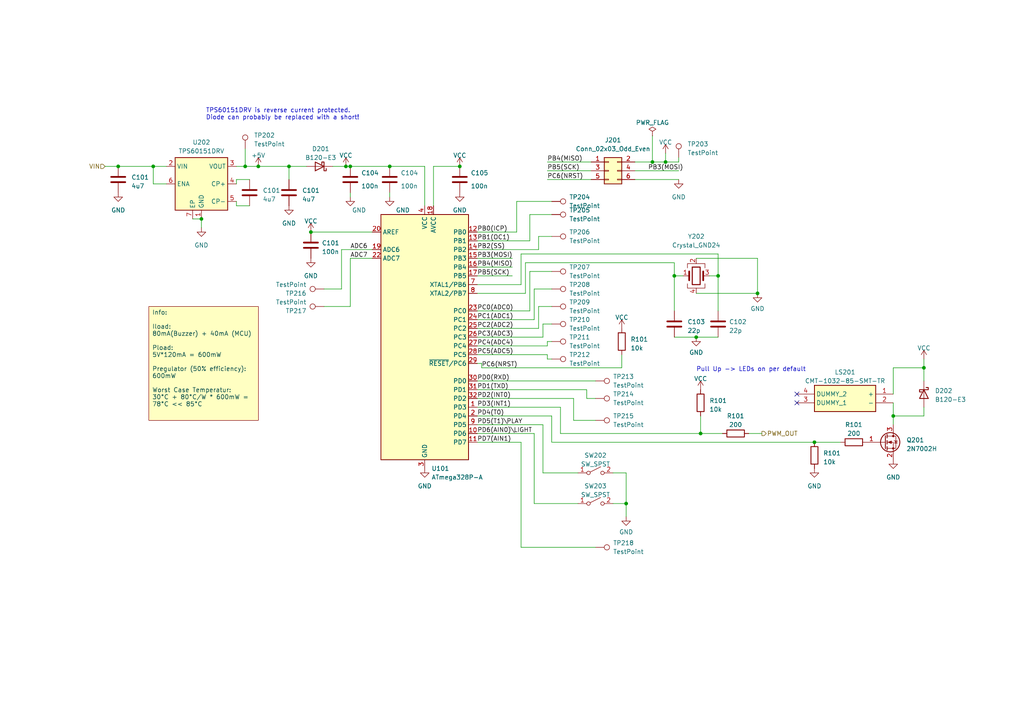
<source format=kicad_sch>
(kicad_sch (version 20230121) (generator eeschema)

  (uuid 5676cf0b-972d-4d29-b3f0-19d9355019f7)

  (paper "A4")

  (lib_symbols
    (symbol "CMT-1032-85-SMT-TR:CMT-1032-85-SMT-TR" (in_bom yes) (on_board yes)
      (property "Reference" "LS" (at 24.13 7.62 0)
        (effects (font (size 1.27 1.27)) (justify left top))
      )
      (property "Value" "CMT-1032-85-SMT-TR" (at 24.13 5.08 0)
        (effects (font (size 1.27 1.27)) (justify left top))
      )
      (property "Footprint" "CMT103285SMTTR" (at 24.13 -94.92 0)
        (effects (font (size 1.27 1.27)) (justify left top) hide)
      )
      (property "Datasheet" "https://datasheet.datasheetarchive.com/originals/distributors/Datasheets_SAMA/afa1278b080ae5674de77097152a5711.pdf" (at 24.13 -194.92 0)
        (effects (font (size 1.27 1.27)) (justify left top) hide)
      )
      (property "Height" "3.8" (at 24.13 -394.92 0)
        (effects (font (size 1.27 1.27)) (justify left top) hide)
      )
      (property "Mouser Part Number" "490-CMT-1032-85SMTTR" (at 24.13 -494.92 0)
        (effects (font (size 1.27 1.27)) (justify left top) hide)
      )
      (property "Mouser Price/Stock" "https://www.mouser.co.uk/ProductDetail/CUI-Devices/CMT-1032-85-SMT-TR?qs=P1JMDcb91o7okMZ5MHxvIw%3D%3D" (at 24.13 -594.92 0)
        (effects (font (size 1.27 1.27)) (justify left top) hide)
      )
      (property "Manufacturer_Name" "CUI Devices" (at 24.13 -694.92 0)
        (effects (font (size 1.27 1.27)) (justify left top) hide)
      )
      (property "Manufacturer_Part_Number" "CMT-1032-85-SMT-TR" (at 24.13 -794.92 0)
        (effects (font (size 1.27 1.27)) (justify left top) hide)
      )
      (property "ki_description" "Speakers & Transducers buzzer, 10 mm, 3.2 mm deep, M, 5 V, 85 dB, Surface Mount (SMT), Audio Transducer" (at 0 0 0)
        (effects (font (size 1.27 1.27)) hide)
      )
      (symbol "CMT-1032-85-SMT-TR_1_1"
        (rectangle (start 5.08 2.54) (end 22.86 -5.08)
          (stroke (width 0.254) (type default))
          (fill (type background))
        )
        (pin passive line (at 27.94 0 180) (length 5.08)
          (name "+" (effects (font (size 1.27 1.27))))
          (number "1" (effects (font (size 1.27 1.27))))
        )
        (pin passive line (at 27.94 -2.54 180) (length 5.08)
          (name "-" (effects (font (size 1.27 1.27))))
          (number "2" (effects (font (size 1.27 1.27))))
        )
        (pin passive line (at 0 -2.54 0) (length 5.08)
          (name "DUMMY_1" (effects (font (size 1.27 1.27))))
          (number "3" (effects (font (size 1.27 1.27))))
        )
        (pin passive line (at 0 0 0) (length 5.08)
          (name "DUMMY_2" (effects (font (size 1.27 1.27))))
          (number "4" (effects (font (size 1.27 1.27))))
        )
      )
    )
    (symbol "Connector:TestPoint" (pin_numbers hide) (pin_names (offset 0.762) hide) (in_bom yes) (on_board yes)
      (property "Reference" "TP" (at 0 6.858 0)
        (effects (font (size 1.27 1.27)))
      )
      (property "Value" "TestPoint" (at 0 5.08 0)
        (effects (font (size 1.27 1.27)))
      )
      (property "Footprint" "" (at 5.08 0 0)
        (effects (font (size 1.27 1.27)) hide)
      )
      (property "Datasheet" "~" (at 5.08 0 0)
        (effects (font (size 1.27 1.27)) hide)
      )
      (property "ki_keywords" "test point tp" (at 0 0 0)
        (effects (font (size 1.27 1.27)) hide)
      )
      (property "ki_description" "test point" (at 0 0 0)
        (effects (font (size 1.27 1.27)) hide)
      )
      (property "ki_fp_filters" "Pin* Test*" (at 0 0 0)
        (effects (font (size 1.27 1.27)) hide)
      )
      (symbol "TestPoint_0_1"
        (circle (center 0 3.302) (radius 0.762)
          (stroke (width 0) (type default))
          (fill (type none))
        )
      )
      (symbol "TestPoint_1_1"
        (pin passive line (at 0 0 90) (length 2.54)
          (name "1" (effects (font (size 1.27 1.27))))
          (number "1" (effects (font (size 1.27 1.27))))
        )
      )
    )
    (symbol "Connector_Generic:Conn_02x03_Odd_Even" (pin_names (offset 1.016) hide) (in_bom yes) (on_board yes)
      (property "Reference" "J" (at 1.27 5.08 0)
        (effects (font (size 1.27 1.27)))
      )
      (property "Value" "Conn_02x03_Odd_Even" (at 1.27 -5.08 0)
        (effects (font (size 1.27 1.27)))
      )
      (property "Footprint" "" (at 0 0 0)
        (effects (font (size 1.27 1.27)) hide)
      )
      (property "Datasheet" "~" (at 0 0 0)
        (effects (font (size 1.27 1.27)) hide)
      )
      (property "ki_keywords" "connector" (at 0 0 0)
        (effects (font (size 1.27 1.27)) hide)
      )
      (property "ki_description" "Generic connector, double row, 02x03, odd/even pin numbering scheme (row 1 odd numbers, row 2 even numbers), script generated (kicad-library-utils/schlib/autogen/connector/)" (at 0 0 0)
        (effects (font (size 1.27 1.27)) hide)
      )
      (property "ki_fp_filters" "Connector*:*_2x??_*" (at 0 0 0)
        (effects (font (size 1.27 1.27)) hide)
      )
      (symbol "Conn_02x03_Odd_Even_1_1"
        (rectangle (start -1.27 -2.413) (end 0 -2.667)
          (stroke (width 0.1524) (type default))
          (fill (type none))
        )
        (rectangle (start -1.27 0.127) (end 0 -0.127)
          (stroke (width 0.1524) (type default))
          (fill (type none))
        )
        (rectangle (start -1.27 2.667) (end 0 2.413)
          (stroke (width 0.1524) (type default))
          (fill (type none))
        )
        (rectangle (start -1.27 3.81) (end 3.81 -3.81)
          (stroke (width 0.254) (type default))
          (fill (type background))
        )
        (rectangle (start 3.81 -2.413) (end 2.54 -2.667)
          (stroke (width 0.1524) (type default))
          (fill (type none))
        )
        (rectangle (start 3.81 0.127) (end 2.54 -0.127)
          (stroke (width 0.1524) (type default))
          (fill (type none))
        )
        (rectangle (start 3.81 2.667) (end 2.54 2.413)
          (stroke (width 0.1524) (type default))
          (fill (type none))
        )
        (pin passive line (at -5.08 2.54 0) (length 3.81)
          (name "Pin_1" (effects (font (size 1.27 1.27))))
          (number "1" (effects (font (size 1.27 1.27))))
        )
        (pin passive line (at 7.62 2.54 180) (length 3.81)
          (name "Pin_2" (effects (font (size 1.27 1.27))))
          (number "2" (effects (font (size 1.27 1.27))))
        )
        (pin passive line (at -5.08 0 0) (length 3.81)
          (name "Pin_3" (effects (font (size 1.27 1.27))))
          (number "3" (effects (font (size 1.27 1.27))))
        )
        (pin passive line (at 7.62 0 180) (length 3.81)
          (name "Pin_4" (effects (font (size 1.27 1.27))))
          (number "4" (effects (font (size 1.27 1.27))))
        )
        (pin passive line (at -5.08 -2.54 0) (length 3.81)
          (name "Pin_5" (effects (font (size 1.27 1.27))))
          (number "5" (effects (font (size 1.27 1.27))))
        )
        (pin passive line (at 7.62 -2.54 180) (length 3.81)
          (name "Pin_6" (effects (font (size 1.27 1.27))))
          (number "6" (effects (font (size 1.27 1.27))))
        )
      )
    )
    (symbol "Device:C" (pin_numbers hide) (pin_names (offset 0.254)) (in_bom yes) (on_board yes)
      (property "Reference" "C" (at 0.635 2.54 0)
        (effects (font (size 1.27 1.27)) (justify left))
      )
      (property "Value" "C" (at 0.635 -2.54 0)
        (effects (font (size 1.27 1.27)) (justify left))
      )
      (property "Footprint" "" (at 0.9652 -3.81 0)
        (effects (font (size 1.27 1.27)) hide)
      )
      (property "Datasheet" "~" (at 0 0 0)
        (effects (font (size 1.27 1.27)) hide)
      )
      (property "ki_keywords" "cap capacitor" (at 0 0 0)
        (effects (font (size 1.27 1.27)) hide)
      )
      (property "ki_description" "Unpolarized capacitor" (at 0 0 0)
        (effects (font (size 1.27 1.27)) hide)
      )
      (property "ki_fp_filters" "C_*" (at 0 0 0)
        (effects (font (size 1.27 1.27)) hide)
      )
      (symbol "C_0_1"
        (polyline
          (pts
            (xy -2.032 -0.762)
            (xy 2.032 -0.762)
          )
          (stroke (width 0.508) (type default))
          (fill (type none))
        )
        (polyline
          (pts
            (xy -2.032 0.762)
            (xy 2.032 0.762)
          )
          (stroke (width 0.508) (type default))
          (fill (type none))
        )
      )
      (symbol "C_1_1"
        (pin passive line (at 0 3.81 270) (length 2.794)
          (name "~" (effects (font (size 1.27 1.27))))
          (number "1" (effects (font (size 1.27 1.27))))
        )
        (pin passive line (at 0 -3.81 90) (length 2.794)
          (name "~" (effects (font (size 1.27 1.27))))
          (number "2" (effects (font (size 1.27 1.27))))
        )
      )
    )
    (symbol "Device:Crystal_GND24" (pin_names (offset 1.016) hide) (in_bom yes) (on_board yes)
      (property "Reference" "Y" (at 3.175 5.08 0)
        (effects (font (size 1.27 1.27)) (justify left))
      )
      (property "Value" "Crystal_GND24" (at 3.175 3.175 0)
        (effects (font (size 1.27 1.27)) (justify left))
      )
      (property "Footprint" "" (at 0 0 0)
        (effects (font (size 1.27 1.27)) hide)
      )
      (property "Datasheet" "~" (at 0 0 0)
        (effects (font (size 1.27 1.27)) hide)
      )
      (property "ki_keywords" "quartz ceramic resonator oscillator" (at 0 0 0)
        (effects (font (size 1.27 1.27)) hide)
      )
      (property "ki_description" "Four pin crystal, GND on pins 2 and 4" (at 0 0 0)
        (effects (font (size 1.27 1.27)) hide)
      )
      (property "ki_fp_filters" "Crystal*" (at 0 0 0)
        (effects (font (size 1.27 1.27)) hide)
      )
      (symbol "Crystal_GND24_0_1"
        (rectangle (start -1.143 2.54) (end 1.143 -2.54)
          (stroke (width 0.3048) (type default))
          (fill (type none))
        )
        (polyline
          (pts
            (xy -2.54 0)
            (xy -2.032 0)
          )
          (stroke (width 0) (type default))
          (fill (type none))
        )
        (polyline
          (pts
            (xy -2.032 -1.27)
            (xy -2.032 1.27)
          )
          (stroke (width 0.508) (type default))
          (fill (type none))
        )
        (polyline
          (pts
            (xy 0 -3.81)
            (xy 0 -3.556)
          )
          (stroke (width 0) (type default))
          (fill (type none))
        )
        (polyline
          (pts
            (xy 0 3.556)
            (xy 0 3.81)
          )
          (stroke (width 0) (type default))
          (fill (type none))
        )
        (polyline
          (pts
            (xy 2.032 -1.27)
            (xy 2.032 1.27)
          )
          (stroke (width 0.508) (type default))
          (fill (type none))
        )
        (polyline
          (pts
            (xy 2.032 0)
            (xy 2.54 0)
          )
          (stroke (width 0) (type default))
          (fill (type none))
        )
        (polyline
          (pts
            (xy -2.54 -2.286)
            (xy -2.54 -3.556)
            (xy 2.54 -3.556)
            (xy 2.54 -2.286)
          )
          (stroke (width 0) (type default))
          (fill (type none))
        )
        (polyline
          (pts
            (xy -2.54 2.286)
            (xy -2.54 3.556)
            (xy 2.54 3.556)
            (xy 2.54 2.286)
          )
          (stroke (width 0) (type default))
          (fill (type none))
        )
      )
      (symbol "Crystal_GND24_1_1"
        (pin passive line (at -3.81 0 0) (length 1.27)
          (name "1" (effects (font (size 1.27 1.27))))
          (number "1" (effects (font (size 1.27 1.27))))
        )
        (pin passive line (at 0 5.08 270) (length 1.27)
          (name "2" (effects (font (size 1.27 1.27))))
          (number "2" (effects (font (size 1.27 1.27))))
        )
        (pin passive line (at 3.81 0 180) (length 1.27)
          (name "3" (effects (font (size 1.27 1.27))))
          (number "3" (effects (font (size 1.27 1.27))))
        )
        (pin passive line (at 0 -5.08 90) (length 1.27)
          (name "4" (effects (font (size 1.27 1.27))))
          (number "4" (effects (font (size 1.27 1.27))))
        )
      )
    )
    (symbol "Device:R" (pin_numbers hide) (pin_names (offset 0)) (in_bom yes) (on_board yes)
      (property "Reference" "R" (at 2.032 0 90)
        (effects (font (size 1.27 1.27)))
      )
      (property "Value" "R" (at 0 0 90)
        (effects (font (size 1.27 1.27)))
      )
      (property "Footprint" "" (at -1.778 0 90)
        (effects (font (size 1.27 1.27)) hide)
      )
      (property "Datasheet" "~" (at 0 0 0)
        (effects (font (size 1.27 1.27)) hide)
      )
      (property "ki_keywords" "R res resistor" (at 0 0 0)
        (effects (font (size 1.27 1.27)) hide)
      )
      (property "ki_description" "Resistor" (at 0 0 0)
        (effects (font (size 1.27 1.27)) hide)
      )
      (property "ki_fp_filters" "R_*" (at 0 0 0)
        (effects (font (size 1.27 1.27)) hide)
      )
      (symbol "R_0_1"
        (rectangle (start -1.016 -2.54) (end 1.016 2.54)
          (stroke (width 0.254) (type default))
          (fill (type none))
        )
      )
      (symbol "R_1_1"
        (pin passive line (at 0 3.81 270) (length 1.27)
          (name "~" (effects (font (size 1.27 1.27))))
          (number "1" (effects (font (size 1.27 1.27))))
        )
        (pin passive line (at 0 -3.81 90) (length 1.27)
          (name "~" (effects (font (size 1.27 1.27))))
          (number "2" (effects (font (size 1.27 1.27))))
        )
      )
    )
    (symbol "Diode:B120-E3" (pin_numbers hide) (pin_names hide) (in_bom yes) (on_board yes)
      (property "Reference" "D" (at 0 2.54 0)
        (effects (font (size 1.27 1.27)))
      )
      (property "Value" "B120-E3" (at 0 -2.54 0)
        (effects (font (size 1.27 1.27)))
      )
      (property "Footprint" "Diode_SMD:D_SMA" (at 0 -4.445 0)
        (effects (font (size 1.27 1.27)) hide)
      )
      (property "Datasheet" "http://www.vishay.com/docs/88946/b120.pdf" (at 0 0 0)
        (effects (font (size 1.27 1.27)) hide)
      )
      (property "ki_keywords" "diode Schottky" (at 0 0 0)
        (effects (font (size 1.27 1.27)) hide)
      )
      (property "ki_description" "20V 1A Schottky Barrier Rectifier Diode, SMA(DO-214AC)" (at 0 0 0)
        (effects (font (size 1.27 1.27)) hide)
      )
      (property "ki_fp_filters" "D*SMA*" (at 0 0 0)
        (effects (font (size 1.27 1.27)) hide)
      )
      (symbol "B120-E3_0_1"
        (polyline
          (pts
            (xy 1.27 0)
            (xy -1.27 0)
          )
          (stroke (width 0) (type default))
          (fill (type none))
        )
        (polyline
          (pts
            (xy 1.27 1.27)
            (xy 1.27 -1.27)
            (xy -1.27 0)
            (xy 1.27 1.27)
          )
          (stroke (width 0.254) (type default))
          (fill (type none))
        )
        (polyline
          (pts
            (xy -1.905 0.635)
            (xy -1.905 1.27)
            (xy -1.27 1.27)
            (xy -1.27 -1.27)
            (xy -0.635 -1.27)
            (xy -0.635 -0.635)
          )
          (stroke (width 0.254) (type default))
          (fill (type none))
        )
      )
      (symbol "B120-E3_1_1"
        (pin passive line (at -3.81 0 0) (length 2.54)
          (name "K" (effects (font (size 1.27 1.27))))
          (number "1" (effects (font (size 1.27 1.27))))
        )
        (pin passive line (at 3.81 0 180) (length 2.54)
          (name "A" (effects (font (size 1.27 1.27))))
          (number "2" (effects (font (size 1.27 1.27))))
        )
      )
    )
    (symbol "MCU_Microchip_ATmega:ATmega328P-A" (in_bom yes) (on_board yes)
      (property "Reference" "U" (at -12.7 36.83 0)
        (effects (font (size 1.27 1.27)) (justify left bottom))
      )
      (property "Value" "ATmega328P-A" (at 2.54 -36.83 0)
        (effects (font (size 1.27 1.27)) (justify left top))
      )
      (property "Footprint" "Package_QFP:TQFP-32_7x7mm_P0.8mm" (at 0 0 0)
        (effects (font (size 1.27 1.27) italic) hide)
      )
      (property "Datasheet" "http://ww1.microchip.com/downloads/en/DeviceDoc/ATmega328_P%20AVR%20MCU%20with%20picoPower%20Technology%20Data%20Sheet%2040001984A.pdf" (at 0 0 0)
        (effects (font (size 1.27 1.27)) hide)
      )
      (property "ki_keywords" "AVR 8bit Microcontroller MegaAVR PicoPower" (at 0 0 0)
        (effects (font (size 1.27 1.27)) hide)
      )
      (property "ki_description" "20MHz, 32kB Flash, 2kB SRAM, 1kB EEPROM, TQFP-32" (at 0 0 0)
        (effects (font (size 1.27 1.27)) hide)
      )
      (property "ki_fp_filters" "TQFP*7x7mm*P0.8mm*" (at 0 0 0)
        (effects (font (size 1.27 1.27)) hide)
      )
      (symbol "ATmega328P-A_0_1"
        (rectangle (start -12.7 -35.56) (end 12.7 35.56)
          (stroke (width 0.254) (type default))
          (fill (type background))
        )
      )
      (symbol "ATmega328P-A_1_1"
        (pin bidirectional line (at 15.24 -20.32 180) (length 2.54)
          (name "PD3" (effects (font (size 1.27 1.27))))
          (number "1" (effects (font (size 1.27 1.27))))
        )
        (pin bidirectional line (at 15.24 -27.94 180) (length 2.54)
          (name "PD6" (effects (font (size 1.27 1.27))))
          (number "10" (effects (font (size 1.27 1.27))))
        )
        (pin bidirectional line (at 15.24 -30.48 180) (length 2.54)
          (name "PD7" (effects (font (size 1.27 1.27))))
          (number "11" (effects (font (size 1.27 1.27))))
        )
        (pin bidirectional line (at 15.24 30.48 180) (length 2.54)
          (name "PB0" (effects (font (size 1.27 1.27))))
          (number "12" (effects (font (size 1.27 1.27))))
        )
        (pin bidirectional line (at 15.24 27.94 180) (length 2.54)
          (name "PB1" (effects (font (size 1.27 1.27))))
          (number "13" (effects (font (size 1.27 1.27))))
        )
        (pin bidirectional line (at 15.24 25.4 180) (length 2.54)
          (name "PB2" (effects (font (size 1.27 1.27))))
          (number "14" (effects (font (size 1.27 1.27))))
        )
        (pin bidirectional line (at 15.24 22.86 180) (length 2.54)
          (name "PB3" (effects (font (size 1.27 1.27))))
          (number "15" (effects (font (size 1.27 1.27))))
        )
        (pin bidirectional line (at 15.24 20.32 180) (length 2.54)
          (name "PB4" (effects (font (size 1.27 1.27))))
          (number "16" (effects (font (size 1.27 1.27))))
        )
        (pin bidirectional line (at 15.24 17.78 180) (length 2.54)
          (name "PB5" (effects (font (size 1.27 1.27))))
          (number "17" (effects (font (size 1.27 1.27))))
        )
        (pin power_in line (at 2.54 38.1 270) (length 2.54)
          (name "AVCC" (effects (font (size 1.27 1.27))))
          (number "18" (effects (font (size 1.27 1.27))))
        )
        (pin input line (at -15.24 25.4 0) (length 2.54)
          (name "ADC6" (effects (font (size 1.27 1.27))))
          (number "19" (effects (font (size 1.27 1.27))))
        )
        (pin bidirectional line (at 15.24 -22.86 180) (length 2.54)
          (name "PD4" (effects (font (size 1.27 1.27))))
          (number "2" (effects (font (size 1.27 1.27))))
        )
        (pin passive line (at -15.24 30.48 0) (length 2.54)
          (name "AREF" (effects (font (size 1.27 1.27))))
          (number "20" (effects (font (size 1.27 1.27))))
        )
        (pin passive line (at 0 -38.1 90) (length 2.54) hide
          (name "GND" (effects (font (size 1.27 1.27))))
          (number "21" (effects (font (size 1.27 1.27))))
        )
        (pin input line (at -15.24 22.86 0) (length 2.54)
          (name "ADC7" (effects (font (size 1.27 1.27))))
          (number "22" (effects (font (size 1.27 1.27))))
        )
        (pin bidirectional line (at 15.24 7.62 180) (length 2.54)
          (name "PC0" (effects (font (size 1.27 1.27))))
          (number "23" (effects (font (size 1.27 1.27))))
        )
        (pin bidirectional line (at 15.24 5.08 180) (length 2.54)
          (name "PC1" (effects (font (size 1.27 1.27))))
          (number "24" (effects (font (size 1.27 1.27))))
        )
        (pin bidirectional line (at 15.24 2.54 180) (length 2.54)
          (name "PC2" (effects (font (size 1.27 1.27))))
          (number "25" (effects (font (size 1.27 1.27))))
        )
        (pin bidirectional line (at 15.24 0 180) (length 2.54)
          (name "PC3" (effects (font (size 1.27 1.27))))
          (number "26" (effects (font (size 1.27 1.27))))
        )
        (pin bidirectional line (at 15.24 -2.54 180) (length 2.54)
          (name "PC4" (effects (font (size 1.27 1.27))))
          (number "27" (effects (font (size 1.27 1.27))))
        )
        (pin bidirectional line (at 15.24 -5.08 180) (length 2.54)
          (name "PC5" (effects (font (size 1.27 1.27))))
          (number "28" (effects (font (size 1.27 1.27))))
        )
        (pin bidirectional line (at 15.24 -7.62 180) (length 2.54)
          (name "~{RESET}/PC6" (effects (font (size 1.27 1.27))))
          (number "29" (effects (font (size 1.27 1.27))))
        )
        (pin power_in line (at 0 -38.1 90) (length 2.54)
          (name "GND" (effects (font (size 1.27 1.27))))
          (number "3" (effects (font (size 1.27 1.27))))
        )
        (pin bidirectional line (at 15.24 -12.7 180) (length 2.54)
          (name "PD0" (effects (font (size 1.27 1.27))))
          (number "30" (effects (font (size 1.27 1.27))))
        )
        (pin bidirectional line (at 15.24 -15.24 180) (length 2.54)
          (name "PD1" (effects (font (size 1.27 1.27))))
          (number "31" (effects (font (size 1.27 1.27))))
        )
        (pin bidirectional line (at 15.24 -17.78 180) (length 2.54)
          (name "PD2" (effects (font (size 1.27 1.27))))
          (number "32" (effects (font (size 1.27 1.27))))
        )
        (pin power_in line (at 0 38.1 270) (length 2.54)
          (name "VCC" (effects (font (size 1.27 1.27))))
          (number "4" (effects (font (size 1.27 1.27))))
        )
        (pin passive line (at 0 -38.1 90) (length 2.54) hide
          (name "GND" (effects (font (size 1.27 1.27))))
          (number "5" (effects (font (size 1.27 1.27))))
        )
        (pin passive line (at 0 38.1 270) (length 2.54) hide
          (name "VCC" (effects (font (size 1.27 1.27))))
          (number "6" (effects (font (size 1.27 1.27))))
        )
        (pin bidirectional line (at 15.24 15.24 180) (length 2.54)
          (name "XTAL1/PB6" (effects (font (size 1.27 1.27))))
          (number "7" (effects (font (size 1.27 1.27))))
        )
        (pin bidirectional line (at 15.24 12.7 180) (length 2.54)
          (name "XTAL2/PB7" (effects (font (size 1.27 1.27))))
          (number "8" (effects (font (size 1.27 1.27))))
        )
        (pin bidirectional line (at 15.24 -25.4 180) (length 2.54)
          (name "PD5" (effects (font (size 1.27 1.27))))
          (number "9" (effects (font (size 1.27 1.27))))
        )
      )
    )
    (symbol "Regulator_SwitchedCapacitor:TPS60151DRV" (in_bom yes) (on_board yes)
      (property "Reference" "U" (at -6.35 8.89 0)
        (effects (font (size 1.27 1.27)))
      )
      (property "Value" "TPS60151DRV" (at 6.35 8.89 0)
        (effects (font (size 1.27 1.27)))
      )
      (property "Footprint" "Package_SON:WSON-6-1EP_2x2mm_P0.65mm_EP1x1.6mm_ThermalVias" (at 2.54 0 0)
        (effects (font (size 1.27 1.27)) hide)
      )
      (property "Datasheet" "https://www.ti.com/lit/ds/symlink/tps60151.pdf" (at 0 0 0)
        (effects (font (size 1.27 1.27)) hide)
      )
      (property "ki_keywords" "charge pump" (at 0 0 0)
        (effects (font (size 1.27 1.27)) hide)
      )
      (property "ki_description" "5V, 140mA charge-pump, WSON-6" (at 0 0 0)
        (effects (font (size 1.27 1.27)) hide)
      )
      (property "ki_fp_filters" "WSON*1EP*2x2mm*P0.65mm*" (at 0 0 0)
        (effects (font (size 1.27 1.27)) hide)
      )
      (symbol "TPS60151DRV_0_1"
        (rectangle (start -7.62 7.62) (end 7.62 -7.62)
          (stroke (width 0.254) (type default))
          (fill (type background))
        )
      )
      (symbol "TPS60151DRV_1_1"
        (pin power_in line (at 0 -10.16 90) (length 2.54)
          (name "GND" (effects (font (size 1.27 1.27))))
          (number "1" (effects (font (size 1.27 1.27))))
        )
        (pin power_in line (at -10.16 5.08 0) (length 2.54)
          (name "VIN" (effects (font (size 1.27 1.27))))
          (number "2" (effects (font (size 1.27 1.27))))
        )
        (pin power_out line (at 10.16 5.08 180) (length 2.54)
          (name "VOUT" (effects (font (size 1.27 1.27))))
          (number "3" (effects (font (size 1.27 1.27))))
        )
        (pin passive line (at 10.16 0 180) (length 2.54)
          (name "CP+" (effects (font (size 1.27 1.27))))
          (number "4" (effects (font (size 1.27 1.27))))
        )
        (pin passive line (at 10.16 -5.08 180) (length 2.54)
          (name "CP-" (effects (font (size 1.27 1.27))))
          (number "5" (effects (font (size 1.27 1.27))))
        )
        (pin input line (at -10.16 0 0) (length 2.54)
          (name "ENA" (effects (font (size 1.27 1.27))))
          (number "6" (effects (font (size 1.27 1.27))))
        )
        (pin passive line (at -2.54 -10.16 90) (length 2.54)
          (name "EP" (effects (font (size 1.27 1.27))))
          (number "7" (effects (font (size 1.27 1.27))))
        )
      )
    )
    (symbol "Switch:SW_SPST" (pin_names (offset 0) hide) (in_bom yes) (on_board yes)
      (property "Reference" "SW" (at 0 3.175 0)
        (effects (font (size 1.27 1.27)))
      )
      (property "Value" "SW_SPST" (at 0 -2.54 0)
        (effects (font (size 1.27 1.27)))
      )
      (property "Footprint" "" (at 0 0 0)
        (effects (font (size 1.27 1.27)) hide)
      )
      (property "Datasheet" "~" (at 0 0 0)
        (effects (font (size 1.27 1.27)) hide)
      )
      (property "ki_keywords" "switch lever" (at 0 0 0)
        (effects (font (size 1.27 1.27)) hide)
      )
      (property "ki_description" "Single Pole Single Throw (SPST) switch" (at 0 0 0)
        (effects (font (size 1.27 1.27)) hide)
      )
      (symbol "SW_SPST_0_0"
        (circle (center -2.032 0) (radius 0.508)
          (stroke (width 0) (type default))
          (fill (type none))
        )
        (polyline
          (pts
            (xy -1.524 0.254)
            (xy 1.524 1.778)
          )
          (stroke (width 0) (type default))
          (fill (type none))
        )
        (circle (center 2.032 0) (radius 0.508)
          (stroke (width 0) (type default))
          (fill (type none))
        )
      )
      (symbol "SW_SPST_1_1"
        (pin passive line (at -5.08 0 0) (length 2.54)
          (name "A" (effects (font (size 1.27 1.27))))
          (number "1" (effects (font (size 1.27 1.27))))
        )
        (pin passive line (at 5.08 0 180) (length 2.54)
          (name "B" (effects (font (size 1.27 1.27))))
          (number "2" (effects (font (size 1.27 1.27))))
        )
      )
    )
    (symbol "Transistor_FET:2N7002H" (pin_names hide) (in_bom yes) (on_board yes)
      (property "Reference" "Q" (at 5.08 1.905 0)
        (effects (font (size 1.27 1.27)) (justify left))
      )
      (property "Value" "2N7002H" (at 5.08 0 0)
        (effects (font (size 1.27 1.27)) (justify left))
      )
      (property "Footprint" "Package_TO_SOT_SMD:SOT-23" (at 5.08 -1.905 0)
        (effects (font (size 1.27 1.27) italic) (justify left) hide)
      )
      (property "Datasheet" "http://www.diodes.com/assets/Datasheets/2N7002H.pdf" (at 0 0 0)
        (effects (font (size 1.27 1.27)) (justify left) hide)
      )
      (property "ki_keywords" "N-Channel MOSFET" (at 0 0 0)
        (effects (font (size 1.27 1.27)) hide)
      )
      (property "ki_description" "0.21A Id, 60V Vds, N-Channel MOSFET, SOT-23" (at 0 0 0)
        (effects (font (size 1.27 1.27)) hide)
      )
      (property "ki_fp_filters" "SOT?23*" (at 0 0 0)
        (effects (font (size 1.27 1.27)) hide)
      )
      (symbol "2N7002H_0_1"
        (polyline
          (pts
            (xy 0.254 0)
            (xy -2.54 0)
          )
          (stroke (width 0) (type default))
          (fill (type none))
        )
        (polyline
          (pts
            (xy 0.254 1.905)
            (xy 0.254 -1.905)
          )
          (stroke (width 0.254) (type default))
          (fill (type none))
        )
        (polyline
          (pts
            (xy 0.762 -1.27)
            (xy 0.762 -2.286)
          )
          (stroke (width 0.254) (type default))
          (fill (type none))
        )
        (polyline
          (pts
            (xy 0.762 0.508)
            (xy 0.762 -0.508)
          )
          (stroke (width 0.254) (type default))
          (fill (type none))
        )
        (polyline
          (pts
            (xy 0.762 2.286)
            (xy 0.762 1.27)
          )
          (stroke (width 0.254) (type default))
          (fill (type none))
        )
        (polyline
          (pts
            (xy 2.54 2.54)
            (xy 2.54 1.778)
          )
          (stroke (width 0) (type default))
          (fill (type none))
        )
        (polyline
          (pts
            (xy 2.54 -2.54)
            (xy 2.54 0)
            (xy 0.762 0)
          )
          (stroke (width 0) (type default))
          (fill (type none))
        )
        (polyline
          (pts
            (xy 0.762 -1.778)
            (xy 3.302 -1.778)
            (xy 3.302 1.778)
            (xy 0.762 1.778)
          )
          (stroke (width 0) (type default))
          (fill (type none))
        )
        (polyline
          (pts
            (xy 1.016 0)
            (xy 2.032 0.381)
            (xy 2.032 -0.381)
            (xy 1.016 0)
          )
          (stroke (width 0) (type default))
          (fill (type outline))
        )
        (polyline
          (pts
            (xy 2.794 0.508)
            (xy 2.921 0.381)
            (xy 3.683 0.381)
            (xy 3.81 0.254)
          )
          (stroke (width 0) (type default))
          (fill (type none))
        )
        (polyline
          (pts
            (xy 3.302 0.381)
            (xy 2.921 -0.254)
            (xy 3.683 -0.254)
            (xy 3.302 0.381)
          )
          (stroke (width 0) (type default))
          (fill (type none))
        )
        (circle (center 1.651 0) (radius 2.794)
          (stroke (width 0.254) (type default))
          (fill (type none))
        )
        (circle (center 2.54 -1.778) (radius 0.254)
          (stroke (width 0) (type default))
          (fill (type outline))
        )
        (circle (center 2.54 1.778) (radius 0.254)
          (stroke (width 0) (type default))
          (fill (type outline))
        )
      )
      (symbol "2N7002H_1_1"
        (pin input line (at -5.08 0 0) (length 2.54)
          (name "G" (effects (font (size 1.27 1.27))))
          (number "1" (effects (font (size 1.27 1.27))))
        )
        (pin passive line (at 2.54 -5.08 90) (length 2.54)
          (name "S" (effects (font (size 1.27 1.27))))
          (number "2" (effects (font (size 1.27 1.27))))
        )
        (pin passive line (at 2.54 5.08 270) (length 2.54)
          (name "D" (effects (font (size 1.27 1.27))))
          (number "3" (effects (font (size 1.27 1.27))))
        )
      )
    )
    (symbol "power:+5V" (power) (pin_names (offset 0)) (in_bom yes) (on_board yes)
      (property "Reference" "#PWR" (at 0 -3.81 0)
        (effects (font (size 1.27 1.27)) hide)
      )
      (property "Value" "+5V" (at 0 3.556 0)
        (effects (font (size 1.27 1.27)))
      )
      (property "Footprint" "" (at 0 0 0)
        (effects (font (size 1.27 1.27)) hide)
      )
      (property "Datasheet" "" (at 0 0 0)
        (effects (font (size 1.27 1.27)) hide)
      )
      (property "ki_keywords" "global power" (at 0 0 0)
        (effects (font (size 1.27 1.27)) hide)
      )
      (property "ki_description" "Power symbol creates a global label with name \"+5V\"" (at 0 0 0)
        (effects (font (size 1.27 1.27)) hide)
      )
      (symbol "+5V_0_1"
        (polyline
          (pts
            (xy -0.762 1.27)
            (xy 0 2.54)
          )
          (stroke (width 0) (type default))
          (fill (type none))
        )
        (polyline
          (pts
            (xy 0 0)
            (xy 0 2.54)
          )
          (stroke (width 0) (type default))
          (fill (type none))
        )
        (polyline
          (pts
            (xy 0 2.54)
            (xy 0.762 1.27)
          )
          (stroke (width 0) (type default))
          (fill (type none))
        )
      )
      (symbol "+5V_1_1"
        (pin power_in line (at 0 0 90) (length 0) hide
          (name "+5V" (effects (font (size 1.27 1.27))))
          (number "1" (effects (font (size 1.27 1.27))))
        )
      )
    )
    (symbol "power:GND" (power) (pin_names (offset 0)) (in_bom yes) (on_board yes)
      (property "Reference" "#PWR" (at 0 -6.35 0)
        (effects (font (size 1.27 1.27)) hide)
      )
      (property "Value" "GND" (at 0 -3.81 0)
        (effects (font (size 1.27 1.27)))
      )
      (property "Footprint" "" (at 0 0 0)
        (effects (font (size 1.27 1.27)) hide)
      )
      (property "Datasheet" "" (at 0 0 0)
        (effects (font (size 1.27 1.27)) hide)
      )
      (property "ki_keywords" "global power" (at 0 0 0)
        (effects (font (size 1.27 1.27)) hide)
      )
      (property "ki_description" "Power symbol creates a global label with name \"GND\" , ground" (at 0 0 0)
        (effects (font (size 1.27 1.27)) hide)
      )
      (symbol "GND_0_1"
        (polyline
          (pts
            (xy 0 0)
            (xy 0 -1.27)
            (xy 1.27 -1.27)
            (xy 0 -2.54)
            (xy -1.27 -1.27)
            (xy 0 -1.27)
          )
          (stroke (width 0) (type default))
          (fill (type none))
        )
      )
      (symbol "GND_1_1"
        (pin power_in line (at 0 0 270) (length 0) hide
          (name "GND" (effects (font (size 1.27 1.27))))
          (number "1" (effects (font (size 1.27 1.27))))
        )
      )
    )
    (symbol "power:PWR_FLAG" (power) (pin_numbers hide) (pin_names (offset 0) hide) (in_bom yes) (on_board yes)
      (property "Reference" "#FLG" (at 0 1.905 0)
        (effects (font (size 1.27 1.27)) hide)
      )
      (property "Value" "PWR_FLAG" (at 0 3.81 0)
        (effects (font (size 1.27 1.27)))
      )
      (property "Footprint" "" (at 0 0 0)
        (effects (font (size 1.27 1.27)) hide)
      )
      (property "Datasheet" "~" (at 0 0 0)
        (effects (font (size 1.27 1.27)) hide)
      )
      (property "ki_keywords" "flag power" (at 0 0 0)
        (effects (font (size 1.27 1.27)) hide)
      )
      (property "ki_description" "Special symbol for telling ERC where power comes from" (at 0 0 0)
        (effects (font (size 1.27 1.27)) hide)
      )
      (symbol "PWR_FLAG_0_0"
        (pin power_out line (at 0 0 90) (length 0)
          (name "pwr" (effects (font (size 1.27 1.27))))
          (number "1" (effects (font (size 1.27 1.27))))
        )
      )
      (symbol "PWR_FLAG_0_1"
        (polyline
          (pts
            (xy 0 0)
            (xy 0 1.27)
            (xy -1.016 1.905)
            (xy 0 2.54)
            (xy 1.016 1.905)
            (xy 0 1.27)
          )
          (stroke (width 0) (type default))
          (fill (type none))
        )
      )
    )
    (symbol "power:VCC" (power) (pin_names (offset 0)) (in_bom yes) (on_board yes)
      (property "Reference" "#PWR" (at 0 -3.81 0)
        (effects (font (size 1.27 1.27)) hide)
      )
      (property "Value" "VCC" (at 0 3.81 0)
        (effects (font (size 1.27 1.27)))
      )
      (property "Footprint" "" (at 0 0 0)
        (effects (font (size 1.27 1.27)) hide)
      )
      (property "Datasheet" "" (at 0 0 0)
        (effects (font (size 1.27 1.27)) hide)
      )
      (property "ki_keywords" "global power" (at 0 0 0)
        (effects (font (size 1.27 1.27)) hide)
      )
      (property "ki_description" "Power symbol creates a global label with name \"VCC\"" (at 0 0 0)
        (effects (font (size 1.27 1.27)) hide)
      )
      (symbol "VCC_0_1"
        (polyline
          (pts
            (xy -0.762 1.27)
            (xy 0 2.54)
          )
          (stroke (width 0) (type default))
          (fill (type none))
        )
        (polyline
          (pts
            (xy 0 0)
            (xy 0 2.54)
          )
          (stroke (width 0) (type default))
          (fill (type none))
        )
        (polyline
          (pts
            (xy 0 2.54)
            (xy 0.762 1.27)
          )
          (stroke (width 0) (type default))
          (fill (type none))
        )
      )
      (symbol "VCC_1_1"
        (pin power_in line (at 0 0 90) (length 0) hide
          (name "VCC" (effects (font (size 1.27 1.27))))
          (number "1" (effects (font (size 1.27 1.27))))
        )
      )
    )
  )

  (junction (at 195.58 80.01) (diameter 0) (color 0 0 0 0)
    (uuid 2048a088-79aa-47e0-a9b1-c8d0aaffdedb)
  )
  (junction (at 181.61 146.05) (diameter 0) (color 0 0 0 0)
    (uuid 2f85d883-c8de-4876-acd6-fa22669aeaef)
  )
  (junction (at 267.97 106.68) (diameter 0) (color 0 0 0 0)
    (uuid 38bf1e83-08db-4881-ab31-11832b85d7c7)
  )
  (junction (at 90.17 67.31) (diameter 0) (color 0 0 0 0)
    (uuid 46744f47-ccbd-4546-936f-688c3fbf180e)
  )
  (junction (at 236.22 128.27) (diameter 0) (color 0 0 0 0)
    (uuid 479d145f-5c3d-424d-b5b2-9313af589a0e)
  )
  (junction (at 44.45 48.26) (diameter 0) (color 0 0 0 0)
    (uuid 4986eb46-19ac-48eb-98c7-825df4fbb04d)
  )
  (junction (at 133.35 48.26) (diameter 0) (color 0 0 0 0)
    (uuid 4e6d9bb2-a303-4689-a71a-95880f57d07c)
  )
  (junction (at 189.23 46.99) (diameter 0) (color 0 0 0 0)
    (uuid 51c87dcf-0b02-40a8-81f2-e27ad48fa021)
  )
  (junction (at 71.12 48.26) (diameter 0) (color 0 0 0 0)
    (uuid 570c086e-b072-4e9d-afad-9d8e8480a54d)
  )
  (junction (at 101.6 48.26) (diameter 0) (color 0 0 0 0)
    (uuid 58c35535-318d-4581-b84f-7f60205f76ef)
  )
  (junction (at 100.33 48.26) (diameter 0) (color 0 0 0 0)
    (uuid 5e8ed04d-df12-48d0-ab76-4cd6725c0cd8)
  )
  (junction (at 208.28 80.01) (diameter 0) (color 0 0 0 0)
    (uuid 824abb23-d53f-428b-a41c-93b4fc6062c2)
  )
  (junction (at 201.93 97.79) (diameter 0) (color 0 0 0 0)
    (uuid 83c8ef55-4a16-4c9f-b4e5-f8b9c484d351)
  )
  (junction (at 74.93 48.26) (diameter 0) (color 0 0 0 0)
    (uuid 8f505f81-de40-4081-b8d4-9c46f97a6847)
  )
  (junction (at 203.2 125.73) (diameter 0) (color 0 0 0 0)
    (uuid abf3d3d4-0d78-47d3-82ed-4c7442411ed1)
  )
  (junction (at 58.42 63.5) (diameter 0) (color 0 0 0 0)
    (uuid b51a2038-82d8-49ce-be29-075a4e715055)
  )
  (junction (at 83.82 48.26) (diameter 0) (color 0 0 0 0)
    (uuid b5dfddba-b61c-43ad-b422-197422166ed8)
  )
  (junction (at 259.08 120.65) (diameter 0) (color 0 0 0 0)
    (uuid beac7b5e-9f6f-4c9e-acb3-807a24f13dd9)
  )
  (junction (at 113.03 48.26) (diameter 0) (color 0 0 0 0)
    (uuid cbe8bea3-665f-4d6e-b752-f660f6f2f085)
  )
  (junction (at 34.29 48.26) (diameter 0) (color 0 0 0 0)
    (uuid cfb93b86-cdae-4c01-bde3-b3d8d31f5f0a)
  )
  (junction (at 193.04 46.99) (diameter 0) (color 0 0 0 0)
    (uuid f7f47c80-cf85-4f51-ac09-336f426f5fc3)
  )
  (junction (at 219.71 85.09) (diameter 0) (color 0 0 0 0)
    (uuid fd64fcd2-d058-4582-80a3-259fa8ccf25f)
  )

  (no_connect (at 231.14 114.3) (uuid 1afcc931-045e-4cf6-a2f3-6c1f8c743152))
  (no_connect (at 231.14 116.84) (uuid 280308be-e95e-45c9-80a5-7615f537bfd9))

  (wire (pts (xy 177.8 137.16) (xy 181.61 137.16))
    (stroke (width 0) (type default))
    (uuid 006ba205-b86e-44e5-baf0-a9acdf13e495)
  )
  (wire (pts (xy 195.58 80.01) (xy 198.12 80.01))
    (stroke (width 0) (type default))
    (uuid 02088a60-041a-4746-b289-8c854e17fb34)
  )
  (wire (pts (xy 158.75 104.14) (xy 158.75 102.87))
    (stroke (width 0) (type default))
    (uuid 0415f652-2963-4e20-9ad1-f8d57cae77a2)
  )
  (wire (pts (xy 138.43 92.71) (xy 154.94 92.71))
    (stroke (width 0) (type default))
    (uuid 04a9f10c-d674-406d-8c8f-a99470d0916e)
  )
  (wire (pts (xy 201.93 97.79) (xy 208.28 97.79))
    (stroke (width 0) (type default))
    (uuid 05883b13-0fd8-4dd5-87a0-d040fc2db519)
  )
  (wire (pts (xy 154.94 146.05) (xy 167.64 146.05))
    (stroke (width 0) (type default))
    (uuid 0895e311-0fae-4da2-9bbb-eb8a65af971c)
  )
  (wire (pts (xy 34.29 48.26) (xy 44.45 48.26))
    (stroke (width 0) (type default))
    (uuid 0999e6e8-4731-437f-a6e5-74b5198dbc11)
  )
  (wire (pts (xy 152.4 76.2) (xy 152.4 85.09))
    (stroke (width 0) (type default))
    (uuid 0a305dd9-7421-482f-93a5-7ebfe30747da)
  )
  (wire (pts (xy 101.6 74.93) (xy 107.95 74.93))
    (stroke (width 0) (type default))
    (uuid 0bd0e7dd-9e06-4ffd-9d9b-5f03a31a62ae)
  )
  (wire (pts (xy 205.74 80.01) (xy 208.28 80.01))
    (stroke (width 0) (type default))
    (uuid 0df963c8-271b-4c6d-9198-f41f9d5bc5af)
  )
  (wire (pts (xy 158.75 49.53) (xy 171.45 49.53))
    (stroke (width 0) (type default))
    (uuid 0fa210b3-e21f-4e20-ab04-168f2818af80)
  )
  (wire (pts (xy 68.58 58.42) (xy 68.58 59.69))
    (stroke (width 0) (type default))
    (uuid 11167317-56e6-4d11-be4e-86fee7fd6ff3)
  )
  (wire (pts (xy 123.19 48.26) (xy 123.19 59.69))
    (stroke (width 0) (type default))
    (uuid 111985f2-9708-428d-a7f9-d1b9d66250bd)
  )
  (wire (pts (xy 138.43 125.73) (xy 154.94 125.73))
    (stroke (width 0) (type default))
    (uuid 1212c881-8f13-4fd3-80a9-ea8c4bc86437)
  )
  (wire (pts (xy 267.97 106.68) (xy 267.97 110.49))
    (stroke (width 0) (type default))
    (uuid 127f19d1-9915-4e13-bd60-d58c94643663)
  )
  (wire (pts (xy 55.88 63.5) (xy 58.42 63.5))
    (stroke (width 0) (type default))
    (uuid 13229217-82f0-4fbf-b11c-e325576c31c0)
  )
  (wire (pts (xy 74.93 48.26) (xy 83.82 48.26))
    (stroke (width 0) (type default))
    (uuid 134d5d0f-53f0-41b2-b86d-c6359e9841f3)
  )
  (wire (pts (xy 184.15 46.99) (xy 189.23 46.99))
    (stroke (width 0) (type default))
    (uuid 16761c70-b98d-4a27-94ba-7590d36659d9)
  )
  (wire (pts (xy 259.08 120.65) (xy 259.08 116.84))
    (stroke (width 0) (type default))
    (uuid 190e26e6-6d72-49a9-950e-404fd7c004a5)
  )
  (wire (pts (xy 208.28 80.01) (xy 208.28 90.17))
    (stroke (width 0) (type default))
    (uuid 1a075a0f-2813-4896-9bab-038133f0e4a3)
  )
  (wire (pts (xy 259.08 106.68) (xy 267.97 106.68))
    (stroke (width 0) (type default))
    (uuid 1e7d9327-058a-4b72-9488-2d673cd7f00c)
  )
  (wire (pts (xy 201.93 85.09) (xy 219.71 85.09))
    (stroke (width 0) (type default))
    (uuid 203d11f3-4c05-4f02-92e7-cd8764835ac2)
  )
  (wire (pts (xy 156.21 95.25) (xy 156.21 88.9))
    (stroke (width 0) (type default))
    (uuid 22c29462-ace1-42df-bed6-1dee6bb7f956)
  )
  (wire (pts (xy 196.85 46.99) (xy 196.85 45.72))
    (stroke (width 0) (type default))
    (uuid 2499e77b-0db7-4119-a521-97b2861e4c1e)
  )
  (wire (pts (xy 138.43 100.33) (xy 158.75 100.33))
    (stroke (width 0) (type default))
    (uuid 2935d4c6-af0d-410e-8ea5-c1df474f51e5)
  )
  (wire (pts (xy 203.2 125.73) (xy 209.55 125.73))
    (stroke (width 0) (type default))
    (uuid 2b219ecd-9d62-4ea2-b026-39060332af0f)
  )
  (wire (pts (xy 74.93 48.26) (xy 71.12 48.26))
    (stroke (width 0) (type default))
    (uuid 2be24456-1712-45e4-860d-884bdd4132d1)
  )
  (wire (pts (xy 83.82 48.26) (xy 88.9 48.26))
    (stroke (width 0) (type default))
    (uuid 2d42c398-c228-4f75-9977-afc87881e585)
  )
  (wire (pts (xy 236.22 128.27) (xy 160.02 128.27))
    (stroke (width 0) (type default))
    (uuid 2f99813a-2353-4b9b-abb0-287e8f589f2f)
  )
  (wire (pts (xy 125.73 59.69) (xy 125.73 48.26))
    (stroke (width 0) (type default))
    (uuid 32abfe2c-8d4d-4756-b796-940c2f2a19ae)
  )
  (wire (pts (xy 180.34 106.68) (xy 180.34 102.87))
    (stroke (width 0) (type default))
    (uuid 33cdca6a-1808-4620-9220-aeb430d64331)
  )
  (wire (pts (xy 189.23 46.99) (xy 193.04 46.99))
    (stroke (width 0) (type default))
    (uuid 33fc9a64-37e5-4dfb-9f0f-116a52e3924c)
  )
  (wire (pts (xy 217.17 125.73) (xy 220.98 125.73))
    (stroke (width 0) (type default))
    (uuid 376717e6-ace9-44a5-912a-61a024f3ba16)
  )
  (wire (pts (xy 138.43 115.57) (xy 166.37 115.57))
    (stroke (width 0) (type default))
    (uuid 37806fe1-118c-4e41-847a-3c1a3127d6fb)
  )
  (wire (pts (xy 139.7 105.41) (xy 138.43 105.41))
    (stroke (width 0) (type default))
    (uuid 3a8bf189-4f60-4de0-8149-227207bf2491)
  )
  (wire (pts (xy 157.48 137.16) (xy 157.48 123.19))
    (stroke (width 0) (type default))
    (uuid 3c00f7af-5657-42d7-93ce-695571bfed6f)
  )
  (wire (pts (xy 157.48 97.79) (xy 157.48 93.98))
    (stroke (width 0) (type default))
    (uuid 3e7af1a6-2ce6-4849-87b0-755bd35b0fd6)
  )
  (wire (pts (xy 138.43 90.17) (xy 153.67 90.17))
    (stroke (width 0) (type default))
    (uuid 3f11a538-8be7-4e5e-b4c4-366516b93278)
  )
  (wire (pts (xy 154.94 83.82) (xy 154.94 92.71))
    (stroke (width 0) (type default))
    (uuid 40010305-5da5-493d-a038-431611171962)
  )
  (wire (pts (xy 172.72 115.57) (xy 170.18 115.57))
    (stroke (width 0) (type default))
    (uuid 48ffbe2e-a141-450d-8b23-13f65855b3ed)
  )
  (wire (pts (xy 172.72 121.92) (xy 166.37 121.92))
    (stroke (width 0) (type default))
    (uuid 492e1aba-1387-4a51-bcb9-225eff189e29)
  )
  (wire (pts (xy 156.21 68.58) (xy 156.21 72.39))
    (stroke (width 0) (type default))
    (uuid 4958596a-1806-4589-bcc1-77494bb117ee)
  )
  (wire (pts (xy 170.18 115.57) (xy 170.18 113.03))
    (stroke (width 0) (type default))
    (uuid 4a35cf75-6f0f-4474-a375-c50e51528cb8)
  )
  (wire (pts (xy 90.17 67.31) (xy 107.95 67.31))
    (stroke (width 0) (type default))
    (uuid 4ab10beb-9694-4490-9f7f-1bce0418addb)
  )
  (wire (pts (xy 184.15 49.53) (xy 196.85 49.53))
    (stroke (width 0) (type default))
    (uuid 4ca0fe95-843b-4974-9095-d318b1490c81)
  )
  (wire (pts (xy 152.4 76.2) (xy 195.58 76.2))
    (stroke (width 0) (type default))
    (uuid 4d2b9a49-22ed-47d5-9aee-01e1c05013f9)
  )
  (wire (pts (xy 113.03 55.88) (xy 113.03 57.15))
    (stroke (width 0) (type default))
    (uuid 50c5dcde-43df-412e-b63c-4eb245d8614e)
  )
  (wire (pts (xy 139.7 106.68) (xy 180.34 106.68))
    (stroke (width 0) (type default))
    (uuid 50d1dfa0-0207-4085-a80e-581ce6a2cdb3)
  )
  (wire (pts (xy 158.75 102.87) (xy 138.43 102.87))
    (stroke (width 0) (type default))
    (uuid 5451e0ff-5191-49fd-8803-cb797b7df666)
  )
  (wire (pts (xy 158.75 100.33) (xy 158.75 99.06))
    (stroke (width 0) (type default))
    (uuid 54aa14c0-8d87-4f08-8652-b48a7ac739f2)
  )
  (wire (pts (xy 151.13 158.75) (xy 151.13 128.27))
    (stroke (width 0) (type default))
    (uuid 5653a4fd-70f9-4ba9-8fa7-b328bd15a51b)
  )
  (wire (pts (xy 259.08 120.65) (xy 259.08 123.19))
    (stroke (width 0) (type default))
    (uuid 56662cc6-d7e7-4bb8-8353-83ea1049d261)
  )
  (wire (pts (xy 172.72 158.75) (xy 151.13 158.75))
    (stroke (width 0) (type default))
    (uuid 57426325-5a04-4971-bce2-a3a570e3d93c)
  )
  (wire (pts (xy 219.71 74.93) (xy 201.93 74.93))
    (stroke (width 0) (type default))
    (uuid 5bdf4439-a188-4b40-b0b8-43df7fac73f3)
  )
  (wire (pts (xy 99.06 72.39) (xy 107.95 72.39))
    (stroke (width 0) (type default))
    (uuid 5cab0bda-83a3-43ba-9a40-db0524d227bb)
  )
  (wire (pts (xy 153.67 69.85) (xy 138.43 69.85))
    (stroke (width 0) (type default))
    (uuid 5f1d346d-e6a3-4fd9-a0d6-fca81ae6b62f)
  )
  (wire (pts (xy 153.67 62.23) (xy 160.02 62.23))
    (stroke (width 0) (type default))
    (uuid 5f4988ea-71c2-459d-82bd-1d0f29f35422)
  )
  (wire (pts (xy 236.22 128.27) (xy 243.84 128.27))
    (stroke (width 0) (type default))
    (uuid 606b78b8-d4ea-474b-8a6d-707148f3a1f1)
  )
  (wire (pts (xy 151.13 82.55) (xy 138.43 82.55))
    (stroke (width 0) (type default))
    (uuid 61050f35-6677-4cb1-8d8b-e297861edb86)
  )
  (wire (pts (xy 151.13 73.66) (xy 208.28 73.66))
    (stroke (width 0) (type default))
    (uuid 61b5d0d0-d8f3-438e-afd0-d0df921b8a9e)
  )
  (wire (pts (xy 203.2 120.65) (xy 203.2 125.73))
    (stroke (width 0) (type default))
    (uuid 63a3f9b4-3299-44b4-95ce-0fedbd159c25)
  )
  (wire (pts (xy 195.58 80.01) (xy 195.58 90.17))
    (stroke (width 0) (type default))
    (uuid 65d42214-0a00-45b1-bef9-18a4f056ebcb)
  )
  (wire (pts (xy 157.48 93.98) (xy 160.02 93.98))
    (stroke (width 0) (type default))
    (uuid 68a0a4a5-0622-494f-b9ac-98ebccad3a85)
  )
  (wire (pts (xy 138.43 95.25) (xy 156.21 95.25))
    (stroke (width 0) (type default))
    (uuid 68aa7e04-8168-4e8d-9350-5594df333dd9)
  )
  (wire (pts (xy 208.28 73.66) (xy 208.28 80.01))
    (stroke (width 0) (type default))
    (uuid 6bef4ced-81f2-4d09-b8a3-7db34d4f2e1c)
  )
  (wire (pts (xy 189.23 39.37) (xy 189.23 46.99))
    (stroke (width 0) (type default))
    (uuid 6e1214cd-527f-4c1e-b590-f0c7299cc9bf)
  )
  (wire (pts (xy 139.7 106.68) (xy 139.7 105.41))
    (stroke (width 0) (type default))
    (uuid 70843238-5b70-4acc-bffb-6068e88ab921)
  )
  (wire (pts (xy 149.86 67.31) (xy 138.43 67.31))
    (stroke (width 0) (type default))
    (uuid 77dec771-72f1-4669-8382-43d5f466be11)
  )
  (wire (pts (xy 68.58 59.69) (xy 72.39 59.69))
    (stroke (width 0) (type default))
    (uuid 7dd3cdf3-2f4f-41a7-8ad0-979158336aae)
  )
  (wire (pts (xy 195.58 76.2) (xy 195.58 80.01))
    (stroke (width 0) (type default))
    (uuid 812f8d09-6c44-472f-935d-1f451a4f93c0)
  )
  (wire (pts (xy 181.61 137.16) (xy 181.61 146.05))
    (stroke (width 0) (type default))
    (uuid 848d4dc5-2d58-4650-8989-0eba4c97ff11)
  )
  (wire (pts (xy 151.13 73.66) (xy 151.13 82.55))
    (stroke (width 0) (type default))
    (uuid 89418bfd-e462-48bb-b767-eabb4665fb24)
  )
  (wire (pts (xy 152.4 85.09) (xy 138.43 85.09))
    (stroke (width 0) (type default))
    (uuid 8c8a8e44-e96f-4f06-a67e-9e6848a6c7d0)
  )
  (wire (pts (xy 177.8 146.05) (xy 181.61 146.05))
    (stroke (width 0) (type default))
    (uuid 8cbcd024-94f0-4d71-897d-ce1e1b78eb95)
  )
  (wire (pts (xy 68.58 52.07) (xy 72.39 52.07))
    (stroke (width 0) (type default))
    (uuid 8df98cfe-e8aa-46f5-b2df-ac6057ea2034)
  )
  (wire (pts (xy 153.67 90.17) (xy 153.67 78.74))
    (stroke (width 0) (type default))
    (uuid 8f64ecb3-f1f2-42a1-8b88-ef05cacf4431)
  )
  (wire (pts (xy 203.2 125.73) (xy 162.56 125.73))
    (stroke (width 0) (type default))
    (uuid 8f6aab76-11ab-4cd0-8723-5d57e2e2665c)
  )
  (wire (pts (xy 153.67 62.23) (xy 153.67 69.85))
    (stroke (width 0) (type default))
    (uuid 920f3d85-9532-432a-9f91-5fe6d0fd693e)
  )
  (wire (pts (xy 193.04 46.99) (xy 196.85 46.99))
    (stroke (width 0) (type default))
    (uuid 943a5a69-7474-40d4-9ba1-c11b2b3c984c)
  )
  (wire (pts (xy 101.6 48.26) (xy 113.03 48.26))
    (stroke (width 0) (type default))
    (uuid 959ec3f2-ee7f-4cd2-a3bf-1a01af6aea81)
  )
  (wire (pts (xy 149.86 58.42) (xy 160.02 58.42))
    (stroke (width 0) (type default))
    (uuid 95b2a7ec-cb86-4ddc-b83d-b5c468f91e97)
  )
  (wire (pts (xy 125.73 48.26) (xy 133.35 48.26))
    (stroke (width 0) (type default))
    (uuid 96380d87-6bf5-4020-94c1-738821ecc00a)
  )
  (wire (pts (xy 149.86 58.42) (xy 149.86 67.31))
    (stroke (width 0) (type default))
    (uuid 9763a122-ca96-4bb1-8a61-766fa5ab2228)
  )
  (wire (pts (xy 93.98 88.9) (xy 101.6 88.9))
    (stroke (width 0) (type default))
    (uuid 993e36c7-a3c0-431a-95a2-f4714b926ab5)
  )
  (wire (pts (xy 158.75 99.06) (xy 160.02 99.06))
    (stroke (width 0) (type default))
    (uuid 99abd9ca-6fa6-48a9-a003-fa2b403528de)
  )
  (wire (pts (xy 138.43 110.49) (xy 172.72 110.49))
    (stroke (width 0) (type default))
    (uuid 9c7df098-27d0-4a1f-a70f-3a1ea26095cc)
  )
  (wire (pts (xy 99.06 83.82) (xy 99.06 72.39))
    (stroke (width 0) (type default))
    (uuid 9ec64508-5e12-4a97-8beb-fe475ab707ac)
  )
  (wire (pts (xy 259.08 120.65) (xy 267.97 120.65))
    (stroke (width 0) (type default))
    (uuid 9fdea490-3ca2-43cf-b661-eac87d7cbeac)
  )
  (wire (pts (xy 44.45 48.26) (xy 48.26 48.26))
    (stroke (width 0) (type default))
    (uuid 9ffdc181-223a-40b7-8a24-237af12d0da8)
  )
  (wire (pts (xy 138.43 97.79) (xy 157.48 97.79))
    (stroke (width 0) (type default))
    (uuid a2b45a98-22d9-4c3c-a9bc-db7ded746ef5)
  )
  (wire (pts (xy 267.97 120.65) (xy 267.97 118.11))
    (stroke (width 0) (type default))
    (uuid a2f5792a-4cb8-4057-8f91-4a08b0945689)
  )
  (wire (pts (xy 138.43 80.01) (xy 148.59 80.01))
    (stroke (width 0) (type default))
    (uuid a5cd8e54-c5d7-44ac-bee3-4cf04b5c4447)
  )
  (wire (pts (xy 48.26 53.34) (xy 44.45 53.34))
    (stroke (width 0) (type default))
    (uuid a9304b1a-ae89-47cc-b631-7d8c09f14cb4)
  )
  (wire (pts (xy 30.48 48.26) (xy 34.29 48.26))
    (stroke (width 0) (type default))
    (uuid a9a1e431-6c07-4637-bb67-367df824dcbe)
  )
  (wire (pts (xy 83.82 52.07) (xy 83.82 48.26))
    (stroke (width 0) (type default))
    (uuid aca002a8-3657-45fd-96b2-1a2da1f28f5f)
  )
  (wire (pts (xy 101.6 88.9) (xy 101.6 74.93))
    (stroke (width 0) (type default))
    (uuid b0388fe7-17ca-42c3-a41a-40307ca250ad)
  )
  (wire (pts (xy 158.75 104.14) (xy 160.02 104.14))
    (stroke (width 0) (type default))
    (uuid b380885d-075b-4149-b5f0-e2befe2ec1c1)
  )
  (wire (pts (xy 193.04 44.45) (xy 193.04 46.99))
    (stroke (width 0) (type default))
    (uuid b3b752e6-d3b0-4ba2-ad7c-0c56473f7c50)
  )
  (wire (pts (xy 71.12 43.18) (xy 71.12 48.26))
    (stroke (width 0) (type default))
    (uuid b7640876-91dc-4d45-b381-334f8819550d)
  )
  (wire (pts (xy 158.75 46.99) (xy 171.45 46.99))
    (stroke (width 0) (type default))
    (uuid bf914fe6-5f89-4888-bfb5-196eb506770e)
  )
  (wire (pts (xy 167.64 137.16) (xy 157.48 137.16))
    (stroke (width 0) (type default))
    (uuid c1fb4ff1-a8f3-4977-9856-a0d34d493df8)
  )
  (wire (pts (xy 154.94 125.73) (xy 154.94 146.05))
    (stroke (width 0) (type default))
    (uuid c7668324-cb75-4c24-93e5-3ac9a63a8119)
  )
  (wire (pts (xy 101.6 55.88) (xy 101.6 57.15))
    (stroke (width 0) (type default))
    (uuid c824a60a-4afd-4189-8eeb-c04161c92a66)
  )
  (wire (pts (xy 138.43 113.03) (xy 170.18 113.03))
    (stroke (width 0) (type default))
    (uuid c827f2ac-49ac-4249-b635-4daca40c5cbe)
  )
  (wire (pts (xy 160.02 128.27) (xy 160.02 120.65))
    (stroke (width 0) (type default))
    (uuid c8fd6807-60ce-44bc-9ab8-12f81bdce5c7)
  )
  (wire (pts (xy 113.03 48.26) (xy 123.19 48.26))
    (stroke (width 0) (type default))
    (uuid c92ee831-4438-4c36-92c1-c3ef9d32dca3)
  )
  (wire (pts (xy 151.13 128.27) (xy 138.43 128.27))
    (stroke (width 0) (type default))
    (uuid cab517a9-c684-4add-968b-a13d1ca3e806)
  )
  (wire (pts (xy 181.61 146.05) (xy 181.61 149.86))
    (stroke (width 0) (type default))
    (uuid cab75fc1-264a-44c8-be44-dd707c56feb9)
  )
  (wire (pts (xy 138.43 123.19) (xy 157.48 123.19))
    (stroke (width 0) (type default))
    (uuid cc842e25-fef1-4e7d-a89a-373324b44ce8)
  )
  (wire (pts (xy 138.43 74.93) (xy 148.59 74.93))
    (stroke (width 0) (type default))
    (uuid cdeeb028-856a-4807-992a-609182355443)
  )
  (wire (pts (xy 58.42 63.5) (xy 58.42 66.04))
    (stroke (width 0) (type default))
    (uuid d775d9bc-8a0b-44ba-a4f1-531f50ae914c)
  )
  (wire (pts (xy 267.97 104.14) (xy 267.97 106.68))
    (stroke (width 0) (type default))
    (uuid dab2b04a-6d7c-4b76-af57-846c2a588e58)
  )
  (wire (pts (xy 166.37 121.92) (xy 166.37 115.57))
    (stroke (width 0) (type default))
    (uuid dbb0a0a3-46bd-44ca-b305-383dc6868417)
  )
  (wire (pts (xy 138.43 118.11) (xy 162.56 118.11))
    (stroke (width 0) (type default))
    (uuid dc33f2b2-e8d3-4e12-b40e-20a63a5bc64e)
  )
  (wire (pts (xy 162.56 125.73) (xy 162.56 118.11))
    (stroke (width 0) (type default))
    (uuid dc3593d8-7ec8-4c16-826e-c3a6cf771f2d)
  )
  (wire (pts (xy 96.52 48.26) (xy 100.33 48.26))
    (stroke (width 0) (type default))
    (uuid dd53dcbb-9f41-415f-b244-f91a1442b0d2)
  )
  (wire (pts (xy 156.21 88.9) (xy 160.02 88.9))
    (stroke (width 0) (type default))
    (uuid e0af002d-d903-4575-bc55-ec2375dde55f)
  )
  (wire (pts (xy 195.58 97.79) (xy 201.93 97.79))
    (stroke (width 0) (type default))
    (uuid e1ac890f-bdc6-4424-abd2-7255fee3f28e)
  )
  (wire (pts (xy 138.43 77.47) (xy 148.59 77.47))
    (stroke (width 0) (type default))
    (uuid e23b0b80-0e5a-4356-9338-55dbc31235d3)
  )
  (wire (pts (xy 71.12 48.26) (xy 68.58 48.26))
    (stroke (width 0) (type default))
    (uuid e4433f90-cddc-416a-92d9-a0923013e4d7)
  )
  (wire (pts (xy 93.98 83.82) (xy 99.06 83.82))
    (stroke (width 0) (type default))
    (uuid e5418b3c-85ce-48a9-9895-c8be1823a3b2)
  )
  (wire (pts (xy 100.33 48.26) (xy 101.6 48.26))
    (stroke (width 0) (type default))
    (uuid e5cba765-59eb-4dc4-b8ae-e99b65da450b)
  )
  (wire (pts (xy 68.58 53.34) (xy 68.58 52.07))
    (stroke (width 0) (type default))
    (uuid e6b247b4-e477-4e40-9a04-237148aec93a)
  )
  (wire (pts (xy 184.15 52.07) (xy 196.85 52.07))
    (stroke (width 0) (type default))
    (uuid eaf91f99-7690-490e-ba48-8da62e67b60f)
  )
  (wire (pts (xy 158.75 52.07) (xy 171.45 52.07))
    (stroke (width 0) (type default))
    (uuid eeca5579-5897-4ca9-8bb4-7faae4d039c5)
  )
  (wire (pts (xy 153.67 78.74) (xy 160.02 78.74))
    (stroke (width 0) (type default))
    (uuid efdce8e3-f5dd-4a15-a976-983e5befd80a)
  )
  (wire (pts (xy 160.02 83.82) (xy 154.94 83.82))
    (stroke (width 0) (type default))
    (uuid f186ee6f-a986-4f5e-9f94-0de153c8a9fc)
  )
  (wire (pts (xy 219.71 85.09) (xy 219.71 74.93))
    (stroke (width 0) (type default))
    (uuid f5d19d08-2bc5-4700-bb5d-f4dd1c054b2e)
  )
  (wire (pts (xy 156.21 72.39) (xy 138.43 72.39))
    (stroke (width 0) (type default))
    (uuid f60f95b9-2686-4dc6-a161-04c9e56dc4ff)
  )
  (wire (pts (xy 138.43 120.65) (xy 160.02 120.65))
    (stroke (width 0) (type default))
    (uuid f895cad8-83ba-4cfc-803a-44f6ac2640af)
  )
  (wire (pts (xy 259.08 114.3) (xy 259.08 106.68))
    (stroke (width 0) (type default))
    (uuid fc53fd8d-2fd7-40d5-bc81-1d6414e1c65d)
  )
  (wire (pts (xy 44.45 53.34) (xy 44.45 48.26))
    (stroke (width 0) (type default))
    (uuid fedb9770-5449-493e-964c-94b076965776)
  )
  (wire (pts (xy 156.21 68.58) (xy 160.02 68.58))
    (stroke (width 0) (type default))
    (uuid fffb67ac-a06c-44cb-a631-d44e55caeb0f)
  )

  (text_box "Info:\n\nIload:\n80mA(Buzzer) + 40mA (MCU)\n\nPload:\n5V*120mA = 600mW\n\nPregulator (50% efficiency): 600mW\n\nWorst Case Temperatur:\n30°C + 80°C/W * 600mW = 78°C << 85°C\n"
    (at 43.18 88.9 0) (size 31.75 33.02)
    (stroke (width 0) (type default) (color 132 0 0 1))
    (fill (type color) (color 255 255 194 1))
    (effects (font (size 1.27 1.27) (color 0 72 72 1)) (justify left top))
    (uuid 2ec01fb7-b984-4387-9a8f-83adc4f45b14)
  )

  (text "Pull Up -> LEDs on per default" (at 201.93 107.95 0)
    (effects (font (size 1.27 1.27)) (justify left bottom))
    (uuid 34fd3058-906d-4174-ba4c-f0c9508fdc5b)
  )
  (text "TPS60151DRV is reverse current protected.\nDiode can probably be replaced with a short!"
    (at 59.69 34.925 0)
    (effects (font (size 1.27 1.27)) (justify left bottom))
    (uuid 59b20fbb-657d-4a20-a0bf-7f59f061a522)
  )

  (label "PB5(SCK)" (at 158.75 49.53 0) (fields_autoplaced)
    (effects (font (size 1.27 1.27)) (justify left bottom))
    (uuid 001d2986-8f75-4a09-9644-2ff5e5650d15)
  )
  (label "PB3(MOSI)" (at 138.43 74.93 0) (fields_autoplaced)
    (effects (font (size 1.27 1.27)) (justify left bottom))
    (uuid 0930cc3d-56da-478e-ba51-01480f2be48e)
  )
  (label "PB1(OC1)" (at 138.43 69.85 0) (fields_autoplaced)
    (effects (font (size 1.27 1.27)) (justify left bottom))
    (uuid 1265804f-b869-4947-a6cb-72e248c5a44d)
  )
  (label "ADC6" (at 101.6 72.39 0) (fields_autoplaced)
    (effects (font (size 1.27 1.27)) (justify left bottom))
    (uuid 133035cd-a1c2-4187-aee9-d0deff2e3d67)
  )
  (label "PD2(INT0)" (at 138.43 115.57 0) (fields_autoplaced)
    (effects (font (size 1.27 1.27)) (justify left bottom))
    (uuid 19867ffc-69fc-4a9d-bfed-4fb5447ef39f)
  )
  (label "PC0(ADC0)" (at 138.43 90.17 0) (fields_autoplaced)
    (effects (font (size 1.27 1.27)) (justify left bottom))
    (uuid 1cfa78b7-bd64-4317-a5d3-f23ff82615fa)
  )
  (label "PD3(INT1)" (at 138.43 118.11 0) (fields_autoplaced)
    (effects (font (size 1.27 1.27)) (justify left bottom))
    (uuid 2bb8eaa9-1245-4b9c-89b1-7939c4b379e3)
  )
  (label "PC5(ADC5)" (at 138.43 102.87 0) (fields_autoplaced)
    (effects (font (size 1.27 1.27)) (justify left bottom))
    (uuid 317065fb-a5ba-45b2-961c-565a9a146803)
  )
  (label "PB4(MISO)" (at 158.75 46.99 0) (fields_autoplaced)
    (effects (font (size 1.27 1.27)) (justify left bottom))
    (uuid 43cd15d9-367b-476c-9963-9d94a8da61fe)
  )
  (label "PD5(T1)\\PLAY" (at 138.43 123.19 0) (fields_autoplaced)
    (effects (font (size 1.27 1.27)) (justify left bottom))
    (uuid 5848c2b8-4a04-4c96-9288-78be7b95b86f)
  )
  (label "PC2(ADC2)" (at 138.43 95.25 0) (fields_autoplaced)
    (effects (font (size 1.27 1.27)) (justify left bottom))
    (uuid 61544147-0b31-4aae-867a-f13b2647117a)
  )
  (label "PB3(MOSI)" (at 187.96 49.53 0) (fields_autoplaced)
    (effects (font (size 1.27 1.27)) (justify left bottom))
    (uuid 667ac258-06f2-4a7a-88bb-f24df195f157)
  )
  (label "PD6(AIN0)\\LIGHT" (at 138.43 125.73 0) (fields_autoplaced)
    (effects (font (size 1.27 1.27)) (justify left bottom))
    (uuid 83a0b050-0e8b-446d-ac17-9bd7c3b6b969)
  )
  (label "PB0(ICP)" (at 138.43 67.31 0) (fields_autoplaced)
    (effects (font (size 1.27 1.27)) (justify left bottom))
    (uuid 853230c7-bc6d-4a9b-be86-a682efa0cee3)
  )
  (label "PD1(TXD)" (at 138.43 113.03 0) (fields_autoplaced)
    (effects (font (size 1.27 1.27)) (justify left bottom))
    (uuid 8c620173-fca0-450c-ae18-f2c9fc80520b)
  )
  (label "PD4(T0)" (at 138.43 120.65 0) (fields_autoplaced)
    (effects (font (size 1.27 1.27)) (justify left bottom))
    (uuid 9054e4a3-377b-4e46-850f-ee91139f1b6e)
  )
  (label "PC1(ADC1)" (at 138.43 92.71 0) (fields_autoplaced)
    (effects (font (size 1.27 1.27)) (justify left bottom))
    (uuid 922b8b1b-2d23-4330-b90b-5519f220b1a1)
  )
  (label "PC4(ADC4)" (at 138.43 100.33 0) (fields_autoplaced)
    (effects (font (size 1.27 1.27)) (justify left bottom))
    (uuid 9aff541c-e46d-412f-bd83-5022e428b255)
  )
  (label "PC6(NRST)" (at 139.7 106.68 0) (fields_autoplaced)
    (effects (font (size 1.27 1.27)) (justify left bottom))
    (uuid a4d2c680-b1b0-4e05-be11-861856e5a7bc)
  )
  (label "PB4(MISO)" (at 138.43 77.47 0) (fields_autoplaced)
    (effects (font (size 1.27 1.27)) (justify left bottom))
    (uuid b8be9875-bec3-44f2-a969-83464789bd27)
  )
  (label "PD7(AIN1)" (at 138.43 128.27 0) (fields_autoplaced)
    (effects (font (size 1.27 1.27)) (justify left bottom))
    (uuid bfe4f2d8-5647-491f-9b95-c5e6e8d33d0b)
  )
  (label "PB2(SS)" (at 138.43 72.39 0) (fields_autoplaced)
    (effects (font (size 1.27 1.27)) (justify left bottom))
    (uuid c39ac572-65dc-4ec7-b3ec-b492e2cc7995)
  )
  (label "PC6(NRST)" (at 158.75 52.07 0) (fields_autoplaced)
    (effects (font (size 1.27 1.27)) (justify left bottom))
    (uuid c4d00138-7df0-41d6-a5e2-d6db9c2c41a4)
  )
  (label "PB5(SCK)" (at 138.43 80.01 0) (fields_autoplaced)
    (effects (font (size 1.27 1.27)) (justify left bottom))
    (uuid cff09409-43e2-4e0d-a2b4-a7fd74053612)
  )
  (label "PC3(ADC3)" (at 138.43 97.79 0) (fields_autoplaced)
    (effects (font (size 1.27 1.27)) (justify left bottom))
    (uuid d271dc28-607b-41c1-8615-de1f50496a05)
  )
  (label "ADC7" (at 101.6 74.93 0) (fields_autoplaced)
    (effects (font (size 1.27 1.27)) (justify left bottom))
    (uuid d2c8cf54-d8c9-4185-b370-ecd30c6224a0)
  )
  (label "PD0(RXD)" (at 138.43 110.49 0) (fields_autoplaced)
    (effects (font (size 1.27 1.27)) (justify left bottom))
    (uuid d76dbe71-bf19-4a07-ba34-58bcc39a83b0)
  )

  (hierarchical_label "VIN" (shape input) (at 30.48 48.26 180) (fields_autoplaced)
    (effects (font (size 1.27 1.27)) (justify right))
    (uuid 29f30e80-b20c-4489-9b01-6d267198e26f)
  )
  (hierarchical_label "PWM_OUT" (shape output) (at 220.98 125.73 0) (fields_autoplaced)
    (effects (font (size 1.27 1.27)) (justify left))
    (uuid 5b0bfbdf-ad3b-4ef8-ba05-659d669c6b8e)
  )

  (symbol (lib_id "power:VCC") (at 100.33 48.26 0) (unit 1)
    (in_bom yes) (on_board yes) (dnp no)
    (uuid 05da3ca6-15b5-4564-9b00-0005facfa122)
    (property "Reference" "#PWR0201" (at 100.33 52.07 0)
      (effects (font (size 1.27 1.27)) hide)
    )
    (property "Value" "VCC" (at 100.33 45.085 0)
      (effects (font (size 1.27 1.27)))
    )
    (property "Footprint" "" (at 100.33 48.26 0)
      (effects (font (size 1.27 1.27)) hide)
    )
    (property "Datasheet" "" (at 100.33 48.26 0)
      (effects (font (size 1.27 1.27)) hide)
    )
    (pin "1" (uuid 7e3894a5-9cd4-40f1-9f66-0a261e137e4e))
    (instances
      (project "MamaGeburtstag2023"
        (path "/cbe27049-d298-4618-8cfc-5ee884c2b4ee/b818831b-2b4b-4b5c-a26e-ee2b043bca1c"
          (reference "#PWR0201") (unit 1)
        )
      )
    )
  )

  (symbol (lib_id "Connector:TestPoint") (at 160.02 99.06 270) (unit 1)
    (in_bom yes) (on_board yes) (dnp no)
    (uuid 0c63ad45-f01b-4109-b6e2-2ac899142284)
    (property "Reference" "TP211" (at 165.1 97.79 90)
      (effects (font (size 1.27 1.27)) (justify left))
    )
    (property "Value" "TestPoint" (at 165.1 100.33 90)
      (effects (font (size 1.27 1.27)) (justify left))
    )
    (property "Footprint" "TestPoint:TestPoint_Pad_1.0x1.0mm" (at 160.02 104.14 0)
      (effects (font (size 1.27 1.27)) hide)
    )
    (property "Datasheet" "~" (at 160.02 104.14 0)
      (effects (font (size 1.27 1.27)) hide)
    )
    (pin "1" (uuid 595234bc-1130-431b-9d83-9664d9c4d162))
    (instances
      (project "MamaGeburtstag2023"
        (path "/cbe27049-d298-4618-8cfc-5ee884c2b4ee/b818831b-2b4b-4b5c-a26e-ee2b043bca1c"
          (reference "TP211") (unit 1)
        )
      )
    )
  )

  (symbol (lib_id "power:VCC") (at 133.35 48.26 0) (unit 1)
    (in_bom yes) (on_board yes) (dnp no) (fields_autoplaced)
    (uuid 0cf67d27-be60-46ac-ae5e-20e2cc0c70b6)
    (property "Reference" "#PWR0207" (at 133.35 52.07 0)
      (effects (font (size 1.27 1.27)) hide)
    )
    (property "Value" "VCC" (at 133.35 45.085 0)
      (effects (font (size 1.27 1.27)))
    )
    (property "Footprint" "" (at 133.35 48.26 0)
      (effects (font (size 1.27 1.27)) hide)
    )
    (property "Datasheet" "" (at 133.35 48.26 0)
      (effects (font (size 1.27 1.27)) hide)
    )
    (pin "1" (uuid ab74961f-2482-4bbd-855e-b9b359c6096b))
    (instances
      (project "MamaGeburtstag2023"
        (path "/cbe27049-d298-4618-8cfc-5ee884c2b4ee/b818831b-2b4b-4b5c-a26e-ee2b043bca1c"
          (reference "#PWR0207") (unit 1)
        )
      )
    )
  )

  (symbol (lib_id "power:GND") (at 123.19 135.89 0) (unit 1)
    (in_bom yes) (on_board yes) (dnp no) (fields_autoplaced)
    (uuid 0e937fe5-b815-4fa1-a887-fc9159fd6a88)
    (property "Reference" "#PWR0105" (at 123.19 142.24 0)
      (effects (font (size 1.27 1.27)) hide)
    )
    (property "Value" "GND" (at 123.19 140.97 0)
      (effects (font (size 1.27 1.27)))
    )
    (property "Footprint" "" (at 123.19 135.89 0)
      (effects (font (size 1.27 1.27)) hide)
    )
    (property "Datasheet" "" (at 123.19 135.89 0)
      (effects (font (size 1.27 1.27)) hide)
    )
    (pin "1" (uuid 6bea075c-33ff-49fa-9b9e-fadfb306e2f6))
    (instances
      (project "MamaGeburtstag2023"
        (path "/cbe27049-d298-4618-8cfc-5ee884c2b4ee"
          (reference "#PWR0105") (unit 1)
        )
        (path "/cbe27049-d298-4618-8cfc-5ee884c2b4ee/b818831b-2b4b-4b5c-a26e-ee2b043bca1c"
          (reference "#PWR0209") (unit 1)
        )
      )
    )
  )

  (symbol (lib_id "power:GND") (at 196.85 52.07 0) (unit 1)
    (in_bom yes) (on_board yes) (dnp no) (fields_autoplaced)
    (uuid 0f7f8a0a-8b51-44e6-9919-f95f6d470e7e)
    (property "Reference" "#PWR0109" (at 196.85 58.42 0)
      (effects (font (size 1.27 1.27)) hide)
    )
    (property "Value" "GND" (at 196.85 57.15 0)
      (effects (font (size 1.27 1.27)))
    )
    (property "Footprint" "" (at 196.85 52.07 0)
      (effects (font (size 1.27 1.27)) hide)
    )
    (property "Datasheet" "" (at 196.85 52.07 0)
      (effects (font (size 1.27 1.27)) hide)
    )
    (pin "1" (uuid 20ee27e7-2023-4ca5-a485-23952c323234))
    (instances
      (project "MamaGeburtstag2023"
        (path "/cbe27049-d298-4618-8cfc-5ee884c2b4ee"
          (reference "#PWR0109") (unit 1)
        )
        (path "/cbe27049-d298-4618-8cfc-5ee884c2b4ee/b818831b-2b4b-4b5c-a26e-ee2b043bca1c"
          (reference "#PWR0212") (unit 1)
        )
      )
    )
  )

  (symbol (lib_id "Connector:TestPoint") (at 160.02 88.9 270) (unit 1)
    (in_bom yes) (on_board yes) (dnp no)
    (uuid 10ba8141-f2b1-4020-be34-cb938456ebc8)
    (property "Reference" "TP209" (at 165.1 87.63 90)
      (effects (font (size 1.27 1.27)) (justify left))
    )
    (property "Value" "TestPoint" (at 165.1 90.17 90)
      (effects (font (size 1.27 1.27)) (justify left))
    )
    (property "Footprint" "TestPoint:TestPoint_Pad_1.0x1.0mm" (at 160.02 93.98 0)
      (effects (font (size 1.27 1.27)) hide)
    )
    (property "Datasheet" "~" (at 160.02 93.98 0)
      (effects (font (size 1.27 1.27)) hide)
    )
    (pin "1" (uuid 6eff0d14-c391-431b-ba61-93219ef6167e))
    (instances
      (project "MamaGeburtstag2023"
        (path "/cbe27049-d298-4618-8cfc-5ee884c2b4ee/b818831b-2b4b-4b5c-a26e-ee2b043bca1c"
          (reference "TP209") (unit 1)
        )
      )
    )
  )

  (symbol (lib_id "Connector:TestPoint") (at 160.02 93.98 270) (unit 1)
    (in_bom yes) (on_board yes) (dnp no)
    (uuid 118b28ce-7abd-406c-b1f3-3cd572147117)
    (property "Reference" "TP210" (at 165.1 92.71 90)
      (effects (font (size 1.27 1.27)) (justify left))
    )
    (property "Value" "TestPoint" (at 165.1 95.25 90)
      (effects (font (size 1.27 1.27)) (justify left))
    )
    (property "Footprint" "TestPoint:TestPoint_Pad_1.0x1.0mm" (at 160.02 99.06 0)
      (effects (font (size 1.27 1.27)) hide)
    )
    (property "Datasheet" "~" (at 160.02 99.06 0)
      (effects (font (size 1.27 1.27)) hide)
    )
    (pin "1" (uuid a8e88946-cc1d-447a-90bb-fac3b025092f))
    (instances
      (project "MamaGeburtstag2023"
        (path "/cbe27049-d298-4618-8cfc-5ee884c2b4ee/b818831b-2b4b-4b5c-a26e-ee2b043bca1c"
          (reference "TP210") (unit 1)
        )
      )
    )
  )

  (symbol (lib_id "Regulator_SwitchedCapacitor:TPS60151DRV") (at 58.42 53.34 0) (unit 1)
    (in_bom yes) (on_board yes) (dnp no) (fields_autoplaced)
    (uuid 12c6c7d3-7ab6-4518-9800-257df71b2b66)
    (property "Reference" "U202" (at 58.42 41.275 0)
      (effects (font (size 1.27 1.27)))
    )
    (property "Value" "TPS60151DRV" (at 58.42 43.815 0)
      (effects (font (size 1.27 1.27)))
    )
    (property "Footprint" "Package_SON:WSON-6-1EP_2x2mm_P0.65mm_EP1x1.6mm_ThermalVias" (at 60.96 53.34 0)
      (effects (font (size 1.27 1.27)) hide)
    )
    (property "Datasheet" "https://www.ti.com/lit/ds/symlink/tps60151.pdf" (at 58.42 53.34 0)
      (effects (font (size 1.27 1.27)) hide)
    )
    (pin "1" (uuid 44d42af5-960f-45f4-ae3b-eab8e0856f45))
    (pin "2" (uuid bd981ef8-4679-42e3-a210-05c9a8676255))
    (pin "3" (uuid 87ad4a0f-967d-403d-953d-743f6c65a7bd))
    (pin "4" (uuid b9b5a438-08a5-4170-a347-1c147724b049))
    (pin "5" (uuid 894d5009-9f3c-4076-83a3-bc64803e1092))
    (pin "6" (uuid e0bc3ea9-d17b-4e39-a1d4-4488021d31aa))
    (pin "7" (uuid d4ca611b-32d4-412d-b66c-85bff3b3b35c))
    (instances
      (project "MamaGeburtstag2023"
        (path "/cbe27049-d298-4618-8cfc-5ee884c2b4ee/b818831b-2b4b-4b5c-a26e-ee2b043bca1c"
          (reference "U202") (unit 1)
        )
      )
    )
  )

  (symbol (lib_id "Device:C") (at 195.58 93.98 0) (unit 1)
    (in_bom yes) (on_board yes) (dnp no) (fields_autoplaced)
    (uuid 15c265b0-5e55-4ffc-8767-6218f1606990)
    (property "Reference" "C103" (at 199.39 93.345 0)
      (effects (font (size 1.27 1.27)) (justify left))
    )
    (property "Value" "22p" (at 199.39 95.885 0)
      (effects (font (size 1.27 1.27)) (justify left))
    )
    (property "Footprint" "Capacitor_SMD:C_0603_1608Metric" (at 196.5452 97.79 0)
      (effects (font (size 1.27 1.27)) hide)
    )
    (property "Datasheet" "~" (at 195.58 93.98 0)
      (effects (font (size 1.27 1.27)) hide)
    )
    (pin "1" (uuid 59eb7c3a-84e2-4ec4-9266-c19e6d816995))
    (pin "2" (uuid d57f65d2-54b2-4af1-b2e8-0216b3dc5916))
    (instances
      (project "MamaGeburtstag2023"
        (path "/cbe27049-d298-4618-8cfc-5ee884c2b4ee"
          (reference "C103") (unit 1)
        )
        (path "/cbe27049-d298-4618-8cfc-5ee884c2b4ee/b818831b-2b4b-4b5c-a26e-ee2b043bca1c"
          (reference "C204") (unit 1)
        )
      )
    )
  )

  (symbol (lib_id "Connector:TestPoint") (at 160.02 62.23 270) (unit 1)
    (in_bom yes) (on_board yes) (dnp no)
    (uuid 17994cbc-b3f5-4222-b9dd-fe9657b312c2)
    (property "Reference" "TP205" (at 165.1 60.96 90)
      (effects (font (size 1.27 1.27)) (justify left))
    )
    (property "Value" "TestPoint" (at 165.1 63.5 90)
      (effects (font (size 1.27 1.27)) (justify left))
    )
    (property "Footprint" "TestPoint:TestPoint_Pad_1.0x1.0mm" (at 160.02 67.31 0)
      (effects (font (size 1.27 1.27)) hide)
    )
    (property "Datasheet" "~" (at 160.02 67.31 0)
      (effects (font (size 1.27 1.27)) hide)
    )
    (pin "1" (uuid 40f06d29-8cee-4b88-a4c9-e1b446f35a16))
    (instances
      (project "MamaGeburtstag2023"
        (path "/cbe27049-d298-4618-8cfc-5ee884c2b4ee/b818831b-2b4b-4b5c-a26e-ee2b043bca1c"
          (reference "TP205") (unit 1)
        )
      )
    )
  )

  (symbol (lib_id "Device:C") (at 34.29 52.07 0) (unit 1)
    (in_bom yes) (on_board yes) (dnp no)
    (uuid 1882be84-6f84-4316-8dde-51c24329ea60)
    (property "Reference" "C101" (at 38.1 51.435 0)
      (effects (font (size 1.27 1.27)) (justify left))
    )
    (property "Value" "4u7" (at 38.1 53.975 0)
      (effects (font (size 1.27 1.27)) (justify left))
    )
    (property "Footprint" "Capacitor_SMD:C_0603_1608Metric" (at 35.2552 55.88 0)
      (effects (font (size 1.27 1.27)) hide)
    )
    (property "Datasheet" "~" (at 34.29 52.07 0)
      (effects (font (size 1.27 1.27)) hide)
    )
    (pin "1" (uuid aa866173-e5ac-4e71-ba36-6d1b10254174))
    (pin "2" (uuid fc21c76d-abae-4976-897a-a9386c92c446))
    (instances
      (project "MamaGeburtstag2023"
        (path "/cbe27049-d298-4618-8cfc-5ee884c2b4ee"
          (reference "C101") (unit 1)
        )
        (path "/cbe27049-d298-4618-8cfc-5ee884c2b4ee/b818831b-2b4b-4b5c-a26e-ee2b043bca1c"
          (reference "C208") (unit 1)
        )
      )
    )
  )

  (symbol (lib_id "power:GND") (at 83.82 59.69 0) (unit 1)
    (in_bom yes) (on_board yes) (dnp no) (fields_autoplaced)
    (uuid 1c4a305a-0ca5-4996-8e27-17716dd0bef4)
    (property "Reference" "#PWR0103" (at 83.82 66.04 0)
      (effects (font (size 1.27 1.27)) hide)
    )
    (property "Value" "GND" (at 83.82 64.77 0)
      (effects (font (size 1.27 1.27)))
    )
    (property "Footprint" "" (at 83.82 59.69 0)
      (effects (font (size 1.27 1.27)) hide)
    )
    (property "Datasheet" "" (at 83.82 59.69 0)
      (effects (font (size 1.27 1.27)) hide)
    )
    (pin "1" (uuid fffce68f-c7ab-49d0-8d7e-841dcfc164e6))
    (instances
      (project "MamaGeburtstag2023"
        (path "/cbe27049-d298-4618-8cfc-5ee884c2b4ee"
          (reference "#PWR0103") (unit 1)
        )
        (path "/cbe27049-d298-4618-8cfc-5ee884c2b4ee/b818831b-2b4b-4b5c-a26e-ee2b043bca1c"
          (reference "#PWR0205") (unit 1)
        )
      )
    )
  )

  (symbol (lib_id "Connector:TestPoint") (at 196.85 45.72 0) (unit 1)
    (in_bom yes) (on_board yes) (dnp no) (fields_autoplaced)
    (uuid 1f49707d-c9aa-43b1-83fd-5eacb62ec2d5)
    (property "Reference" "TP203" (at 199.39 41.783 0)
      (effects (font (size 1.27 1.27)) (justify left))
    )
    (property "Value" "TestPoint" (at 199.39 44.323 0)
      (effects (font (size 1.27 1.27)) (justify left))
    )
    (property "Footprint" "TestPoint:TestPoint_Pad_1.0x1.0mm" (at 201.93 45.72 0)
      (effects (font (size 1.27 1.27)) hide)
    )
    (property "Datasheet" "~" (at 201.93 45.72 0)
      (effects (font (size 1.27 1.27)) hide)
    )
    (pin "1" (uuid bfbb44e9-6680-4f53-a4e0-2ece58b262ef))
    (instances
      (project "MamaGeburtstag2023"
        (path "/cbe27049-d298-4618-8cfc-5ee884c2b4ee/b818831b-2b4b-4b5c-a26e-ee2b043bca1c"
          (reference "TP203") (unit 1)
        )
      )
    )
  )

  (symbol (lib_id "Transistor_FET:2N7002H") (at 256.54 128.27 0) (unit 1)
    (in_bom yes) (on_board yes) (dnp no) (fields_autoplaced)
    (uuid 208d9576-4c2d-44f1-9ca1-3a90c719322a)
    (property "Reference" "Q201" (at 262.89 127.635 0)
      (effects (font (size 1.27 1.27)) (justify left))
    )
    (property "Value" "2N7002H" (at 262.89 130.175 0)
      (effects (font (size 1.27 1.27)) (justify left))
    )
    (property "Footprint" "Package_TO_SOT_SMD:SOT-23" (at 261.62 130.175 0)
      (effects (font (size 1.27 1.27) italic) (justify left) hide)
    )
    (property "Datasheet" "http://www.diodes.com/assets/Datasheets/2N7002H.pdf" (at 256.54 128.27 0)
      (effects (font (size 1.27 1.27)) (justify left) hide)
    )
    (pin "1" (uuid 2a52269a-950d-418b-8ade-a3be7162eb30))
    (pin "2" (uuid ce956418-95ba-4cfe-82f7-17ceb3afdabf))
    (pin "3" (uuid f85c7c05-74f4-4a73-bd6e-45476f0bcbf6))
    (instances
      (project "MamaGeburtstag2023"
        (path "/cbe27049-d298-4618-8cfc-5ee884c2b4ee/b818831b-2b4b-4b5c-a26e-ee2b043bca1c"
          (reference "Q201") (unit 1)
        )
      )
    )
  )

  (symbol (lib_id "Device:R") (at 213.36 125.73 90) (unit 1)
    (in_bom yes) (on_board yes) (dnp no) (fields_autoplaced)
    (uuid 21527a3a-92a6-47b3-b8a4-eb86be461fac)
    (property "Reference" "R101" (at 213.36 120.65 90)
      (effects (font (size 1.27 1.27)))
    )
    (property "Value" "200" (at 213.36 123.19 90)
      (effects (font (size 1.27 1.27)))
    )
    (property "Footprint" "Resistor_SMD:R_0603_1608Metric" (at 213.36 127.508 90)
      (effects (font (size 1.27 1.27)) hide)
    )
    (property "Datasheet" "~" (at 213.36 125.73 0)
      (effects (font (size 1.27 1.27)) hide)
    )
    (pin "1" (uuid f1d776f5-ba35-473c-937b-3f1e519f59b0))
    (pin "2" (uuid 557ab7c4-bef0-4e6d-9123-cb75eb9b53f4))
    (instances
      (project "MamaGeburtstag2023"
        (path "/cbe27049-d298-4618-8cfc-5ee884c2b4ee"
          (reference "R101") (unit 1)
        )
        (path "/cbe27049-d298-4618-8cfc-5ee884c2b4ee/b818831b-2b4b-4b5c-a26e-ee2b043bca1c"
          (reference "R203") (unit 1)
        )
      )
    )
  )

  (symbol (lib_id "Connector:TestPoint") (at 172.72 110.49 270) (unit 1)
    (in_bom yes) (on_board yes) (dnp no)
    (uuid 2f0203a5-aff5-4b58-9513-c4f15fec8d72)
    (property "Reference" "TP213" (at 177.8 109.22 90)
      (effects (font (size 1.27 1.27)) (justify left))
    )
    (property "Value" "TestPoint" (at 177.8 111.76 90)
      (effects (font (size 1.27 1.27)) (justify left))
    )
    (property "Footprint" "TestPoint:TestPoint_Pad_1.0x1.0mm" (at 172.72 115.57 0)
      (effects (font (size 1.27 1.27)) hide)
    )
    (property "Datasheet" "~" (at 172.72 115.57 0)
      (effects (font (size 1.27 1.27)) hide)
    )
    (pin "1" (uuid 4cb9bb72-8323-4fe2-9eaf-70cb67c6a090))
    (instances
      (project "MamaGeburtstag2023"
        (path "/cbe27049-d298-4618-8cfc-5ee884c2b4ee/b818831b-2b4b-4b5c-a26e-ee2b043bca1c"
          (reference "TP213") (unit 1)
        )
      )
    )
  )

  (symbol (lib_id "Connector_Generic:Conn_02x03_Odd_Even") (at 176.53 49.53 0) (unit 1)
    (in_bom yes) (on_board yes) (dnp no)
    (uuid 2f025883-d54e-4d4d-860e-0830de1348c4)
    (property "Reference" "J201" (at 177.8 40.64 0)
      (effects (font (size 1.27 1.27)))
    )
    (property "Value" "Conn_02x03_Odd_Even" (at 177.8 43.18 0)
      (effects (font (size 1.27 1.27)))
    )
    (property "Footprint" "Connector_PinHeader_2.54mm:PinHeader_2x03_P2.54mm_Vertical" (at 176.53 49.53 0)
      (effects (font (size 1.27 1.27)) hide)
    )
    (property "Datasheet" "~" (at 176.53 49.53 0)
      (effects (font (size 1.27 1.27)) hide)
    )
    (pin "1" (uuid acadde7a-5dba-4b86-bbfe-6a03a20e79b7))
    (pin "2" (uuid f0f9312f-02e8-4266-a0d7-8c74a517fb63))
    (pin "3" (uuid 71a6bf49-e882-4fe9-a4e3-49e51f0d5026))
    (pin "4" (uuid ee0cfd04-e94c-48d3-8cb7-032daecb8828))
    (pin "5" (uuid 6f44c7c8-75a0-4c5a-8910-86333b4c69f0))
    (pin "6" (uuid f6760ed9-bed0-4ed7-b02f-c0a070749789))
    (instances
      (project "MamaGeburtstag2023"
        (path "/cbe27049-d298-4618-8cfc-5ee884c2b4ee/b818831b-2b4b-4b5c-a26e-ee2b043bca1c"
          (reference "J201") (unit 1)
        )
      )
    )
  )

  (symbol (lib_id "power:GND") (at 58.42 66.04 0) (unit 1)
    (in_bom yes) (on_board yes) (dnp no) (fields_autoplaced)
    (uuid 3086eb3c-b178-4eaa-90a1-245670d39a67)
    (property "Reference" "#PWR0103" (at 58.42 72.39 0)
      (effects (font (size 1.27 1.27)) hide)
    )
    (property "Value" "GND" (at 58.42 71.12 0)
      (effects (font (size 1.27 1.27)))
    )
    (property "Footprint" "" (at 58.42 66.04 0)
      (effects (font (size 1.27 1.27)) hide)
    )
    (property "Datasheet" "" (at 58.42 66.04 0)
      (effects (font (size 1.27 1.27)) hide)
    )
    (pin "1" (uuid 5303d717-bfdf-4ab5-b817-29357710813b))
    (instances
      (project "MamaGeburtstag2023"
        (path "/cbe27049-d298-4618-8cfc-5ee884c2b4ee"
          (reference "#PWR0103") (unit 1)
        )
        (path "/cbe27049-d298-4618-8cfc-5ee884c2b4ee/b818831b-2b4b-4b5c-a26e-ee2b043bca1c"
          (reference "#PWR0215") (unit 1)
        )
      )
    )
  )

  (symbol (lib_id "power:VCC") (at 90.17 67.31 0) (unit 1)
    (in_bom yes) (on_board yes) (dnp no) (fields_autoplaced)
    (uuid 3a7dc3a4-60ce-4605-8ba3-d6c5b294d238)
    (property "Reference" "#PWR0210" (at 90.17 71.12 0)
      (effects (font (size 1.27 1.27)) hide)
    )
    (property "Value" "VCC" (at 90.17 64.135 0)
      (effects (font (size 1.27 1.27)))
    )
    (property "Footprint" "" (at 90.17 67.31 0)
      (effects (font (size 1.27 1.27)) hide)
    )
    (property "Datasheet" "" (at 90.17 67.31 0)
      (effects (font (size 1.27 1.27)) hide)
    )
    (pin "1" (uuid 1ab4be20-cd77-474f-bc10-a471fea23056))
    (instances
      (project "MamaGeburtstag2023"
        (path "/cbe27049-d298-4618-8cfc-5ee884c2b4ee/b818831b-2b4b-4b5c-a26e-ee2b043bca1c"
          (reference "#PWR0210") (unit 1)
        )
      )
    )
  )

  (symbol (lib_id "Switch:SW_SPST") (at 172.72 137.16 0) (unit 1)
    (in_bom yes) (on_board yes) (dnp no) (fields_autoplaced)
    (uuid 3ef42f83-5d54-42d0-a82e-2fa6c5381309)
    (property "Reference" "SW202" (at 172.72 132.08 0)
      (effects (font (size 1.27 1.27)))
    )
    (property "Value" "SW_SPST" (at 172.72 134.62 0)
      (effects (font (size 1.27 1.27)))
    )
    (property "Footprint" "Button_Switch_SMD:SW_SPST_TL3305A" (at 172.72 137.16 0)
      (effects (font (size 1.27 1.27)) hide)
    )
    (property "Datasheet" "~" (at 172.72 137.16 0)
      (effects (font (size 1.27 1.27)) hide)
    )
    (pin "1" (uuid a0057276-7a57-4f0f-bcae-844f8329c6d1))
    (pin "2" (uuid ff62e4fc-f141-43dd-b82d-5f7bf9aace8d))
    (instances
      (project "MamaGeburtstag2023"
        (path "/cbe27049-d298-4618-8cfc-5ee884c2b4ee/b818831b-2b4b-4b5c-a26e-ee2b043bca1c"
          (reference "SW202") (unit 1)
        )
      )
    )
  )

  (symbol (lib_id "power:GND") (at 101.6 57.15 0) (unit 1)
    (in_bom yes) (on_board yes) (dnp no)
    (uuid 44762ce4-e6e0-494c-9928-72b4d2eca2a0)
    (property "Reference" "#PWR0108" (at 101.6 63.5 0)
      (effects (font (size 1.27 1.27)) hide)
    )
    (property "Value" "GND" (at 104.14 60.96 0)
      (effects (font (size 1.27 1.27)))
    )
    (property "Footprint" "" (at 101.6 57.15 0)
      (effects (font (size 1.27 1.27)) hide)
    )
    (property "Datasheet" "" (at 101.6 57.15 0)
      (effects (font (size 1.27 1.27)) hide)
    )
    (pin "1" (uuid f0c76187-e910-484d-9850-815a35ecf894))
    (instances
      (project "MamaGeburtstag2023"
        (path "/cbe27049-d298-4618-8cfc-5ee884c2b4ee"
          (reference "#PWR0108") (unit 1)
        )
        (path "/cbe27049-d298-4618-8cfc-5ee884c2b4ee/b818831b-2b4b-4b5c-a26e-ee2b043bca1c"
          (reference "#PWR0223") (unit 1)
        )
      )
    )
  )

  (symbol (lib_id "power:VCC") (at 180.34 95.25 0) (unit 1)
    (in_bom yes) (on_board yes) (dnp no)
    (uuid 45ae33c3-5fd0-4b77-90fa-ee9a097ac2bc)
    (property "Reference" "#PWR0211" (at 180.34 99.06 0)
      (effects (font (size 1.27 1.27)) hide)
    )
    (property "Value" "VCC" (at 180.34 92.075 0)
      (effects (font (size 1.27 1.27)))
    )
    (property "Footprint" "" (at 180.34 95.25 0)
      (effects (font (size 1.27 1.27)) hide)
    )
    (property "Datasheet" "" (at 180.34 95.25 0)
      (effects (font (size 1.27 1.27)) hide)
    )
    (pin "1" (uuid c1906360-4187-435e-be5e-3ea0ed025dcf))
    (instances
      (project "MamaGeburtstag2023"
        (path "/cbe27049-d298-4618-8cfc-5ee884c2b4ee/b818831b-2b4b-4b5c-a26e-ee2b043bca1c"
          (reference "#PWR0211") (unit 1)
        )
      )
    )
  )

  (symbol (lib_id "Device:C") (at 133.35 52.07 0) (unit 1)
    (in_bom yes) (on_board yes) (dnp no)
    (uuid 4af861ca-4a40-463b-894a-e433ea414539)
    (property "Reference" "C105" (at 136.525 50.165 0)
      (effects (font (size 1.27 1.27)) (justify left))
    )
    (property "Value" "100n" (at 136.525 53.975 0)
      (effects (font (size 1.27 1.27)) (justify left))
    )
    (property "Footprint" "Capacitor_SMD:C_0603_1608Metric" (at 134.3152 55.88 0)
      (effects (font (size 1.27 1.27)) hide)
    )
    (property "Datasheet" "~" (at 133.35 52.07 0)
      (effects (font (size 1.27 1.27)) hide)
    )
    (pin "1" (uuid 4834dbb0-0c88-4c66-88c6-84ea4b5177f0))
    (pin "2" (uuid 887e7c5c-e2a6-49b5-8932-bc9a24e30ca3))
    (instances
      (project "MamaGeburtstag2023"
        (path "/cbe27049-d298-4618-8cfc-5ee884c2b4ee"
          (reference "C105") (unit 1)
        )
        (path "/cbe27049-d298-4618-8cfc-5ee884c2b4ee/b818831b-2b4b-4b5c-a26e-ee2b043bca1c"
          (reference "C202") (unit 1)
        )
      )
    )
  )

  (symbol (lib_id "Device:C") (at 113.03 52.07 0) (unit 1)
    (in_bom yes) (on_board yes) (dnp no)
    (uuid 4f318015-2e2b-4b6a-b913-f406d00aba66)
    (property "Reference" "C104" (at 116.205 50.165 0)
      (effects (font (size 1.27 1.27)) (justify left))
    )
    (property "Value" "100n" (at 116.205 53.975 0)
      (effects (font (size 1.27 1.27)) (justify left))
    )
    (property "Footprint" "Capacitor_SMD:C_0603_1608Metric" (at 113.9952 55.88 0)
      (effects (font (size 1.27 1.27)) hide)
    )
    (property "Datasheet" "~" (at 113.03 52.07 0)
      (effects (font (size 1.27 1.27)) hide)
    )
    (pin "1" (uuid 6a885c72-e038-48fb-958c-a4dd81782ea2))
    (pin "2" (uuid 76702c14-9f1c-444b-8297-b795ef36d3e6))
    (instances
      (project "MamaGeburtstag2023"
        (path "/cbe27049-d298-4618-8cfc-5ee884c2b4ee"
          (reference "C104") (unit 1)
        )
        (path "/cbe27049-d298-4618-8cfc-5ee884c2b4ee/b818831b-2b4b-4b5c-a26e-ee2b043bca1c"
          (reference "C201") (unit 1)
        )
      )
    )
  )

  (symbol (lib_id "Diode:B120-E3") (at 92.71 48.26 180) (unit 1)
    (in_bom yes) (on_board yes) (dnp no) (fields_autoplaced)
    (uuid 5505a16c-9d75-4820-9207-0456b648d86a)
    (property "Reference" "D201" (at 93.0275 43.18 0)
      (effects (font (size 1.27 1.27)))
    )
    (property "Value" "B120-E3" (at 93.0275 45.72 0)
      (effects (font (size 1.27 1.27)))
    )
    (property "Footprint" "Diode_SMD:D_SMA" (at 92.71 43.815 0)
      (effects (font (size 1.27 1.27)) hide)
    )
    (property "Datasheet" "http://www.vishay.com/docs/88946/b120.pdf" (at 92.71 48.26 0)
      (effects (font (size 1.27 1.27)) hide)
    )
    (pin "1" (uuid b9b12d62-0773-4459-a499-21d8635643af))
    (pin "2" (uuid 4e246805-d52d-418f-acad-21fa7e7897e6))
    (instances
      (project "MamaGeburtstag2023"
        (path "/cbe27049-d298-4618-8cfc-5ee884c2b4ee/b818831b-2b4b-4b5c-a26e-ee2b043bca1c"
          (reference "D201") (unit 1)
        )
      )
    )
  )

  (symbol (lib_id "power:GND") (at 34.29 55.88 0) (unit 1)
    (in_bom yes) (on_board yes) (dnp no) (fields_autoplaced)
    (uuid 5d93a28f-c23d-460b-840a-f3bf6cb2d092)
    (property "Reference" "#PWR0103" (at 34.29 62.23 0)
      (effects (font (size 1.27 1.27)) hide)
    )
    (property "Value" "GND" (at 34.29 60.96 0)
      (effects (font (size 1.27 1.27)))
    )
    (property "Footprint" "" (at 34.29 55.88 0)
      (effects (font (size 1.27 1.27)) hide)
    )
    (property "Datasheet" "" (at 34.29 55.88 0)
      (effects (font (size 1.27 1.27)) hide)
    )
    (pin "1" (uuid 6907a66a-3a6b-4c7d-b66d-44285132b94d))
    (instances
      (project "MamaGeburtstag2023"
        (path "/cbe27049-d298-4618-8cfc-5ee884c2b4ee"
          (reference "#PWR0103") (unit 1)
        )
        (path "/cbe27049-d298-4618-8cfc-5ee884c2b4ee/b818831b-2b4b-4b5c-a26e-ee2b043bca1c"
          (reference "#PWR0214") (unit 1)
        )
      )
    )
  )

  (symbol (lib_id "Device:Crystal_GND24") (at 201.93 80.01 0) (unit 1)
    (in_bom yes) (on_board yes) (dnp no)
    (uuid 65158ffb-9dd2-4766-8e57-fb855ca3b5db)
    (property "Reference" "Y202" (at 201.93 68.58 0)
      (effects (font (size 1.27 1.27)))
    )
    (property "Value" "Crystal_GND24" (at 201.93 71.12 0)
      (effects (font (size 1.27 1.27)))
    )
    (property "Footprint" "Crystal:830030819" (at 201.93 80.01 0)
      (effects (font (size 1.27 1.27)) hide)
    )
    (property "Datasheet" "~" (at 201.93 80.01 0)
      (effects (font (size 1.27 1.27)) hide)
    )
    (pin "1" (uuid 36ae0beb-820a-4263-bbe4-bcb2724181f5))
    (pin "2" (uuid 7935efc6-c114-4bee-89d9-07faee095be2))
    (pin "3" (uuid b3dfed5e-e718-4a51-a66c-a55e0e23c724))
    (pin "4" (uuid e3bc982d-b51f-4e82-8c19-bc387dcbc50c))
    (instances
      (project "MamaGeburtstag2023"
        (path "/cbe27049-d298-4618-8cfc-5ee884c2b4ee/b818831b-2b4b-4b5c-a26e-ee2b043bca1c"
          (reference "Y202") (unit 1)
        )
      )
    )
  )

  (symbol (lib_id "power:GND") (at 236.22 135.89 0) (unit 1)
    (in_bom yes) (on_board yes) (dnp no) (fields_autoplaced)
    (uuid 6882c340-6f36-4fba-b557-a3ee56de776e)
    (property "Reference" "#PWR0105" (at 236.22 142.24 0)
      (effects (font (size 1.27 1.27)) hide)
    )
    (property "Value" "GND" (at 236.22 140.97 0)
      (effects (font (size 1.27 1.27)))
    )
    (property "Footprint" "" (at 236.22 135.89 0)
      (effects (font (size 1.27 1.27)) hide)
    )
    (property "Datasheet" "" (at 236.22 135.89 0)
      (effects (font (size 1.27 1.27)) hide)
    )
    (pin "1" (uuid cad63c2a-3316-40c2-ab32-bc01a0548a33))
    (instances
      (project "MamaGeburtstag2023"
        (path "/cbe27049-d298-4618-8cfc-5ee884c2b4ee"
          (reference "#PWR0105") (unit 1)
        )
        (path "/cbe27049-d298-4618-8cfc-5ee884c2b4ee/b818831b-2b4b-4b5c-a26e-ee2b043bca1c"
          (reference "#PWR0220") (unit 1)
        )
      )
    )
  )

  (symbol (lib_id "CMT-1032-85-SMT-TR:CMT-1032-85-SMT-TR") (at 231.14 114.3 0) (unit 1)
    (in_bom yes) (on_board yes) (dnp no) (fields_autoplaced)
    (uuid 6bdb23c1-4aa3-4bba-bd0b-4b35166347ac)
    (property "Reference" "LS201" (at 245.11 107.95 0)
      (effects (font (size 1.27 1.27)))
    )
    (property "Value" "CMT-1032-85-SMT-TR" (at 245.11 110.49 0)
      (effects (font (size 1.27 1.27)))
    )
    (property "Footprint" "Speaker:CMT103285SMTTR" (at 255.27 209.22 0)
      (effects (font (size 1.27 1.27)) (justify left top) hide)
    )
    (property "Datasheet" "https://datasheet.datasheetarchive.com/originals/distributors/Datasheets_SAMA/afa1278b080ae5674de77097152a5711.pdf" (at 255.27 309.22 0)
      (effects (font (size 1.27 1.27)) (justify left top) hide)
    )
    (property "Height" "3.8" (at 255.27 509.22 0)
      (effects (font (size 1.27 1.27)) (justify left top) hide)
    )
    (property "Mouser Part Number" "490-CMT-1032-85SMTTR" (at 255.27 609.22 0)
      (effects (font (size 1.27 1.27)) (justify left top) hide)
    )
    (property "Mouser Price/Stock" "https://www.mouser.co.uk/ProductDetail/CUI-Devices/CMT-1032-85-SMT-TR?qs=P1JMDcb91o7okMZ5MHxvIw%3D%3D" (at 255.27 709.22 0)
      (effects (font (size 1.27 1.27)) (justify left top) hide)
    )
    (property "Manufacturer_Name" "CUI Devices" (at 255.27 809.22 0)
      (effects (font (size 1.27 1.27)) (justify left top) hide)
    )
    (property "Manufacturer_Part_Number" "CMT-1032-85-SMT-TR" (at 255.27 909.22 0)
      (effects (font (size 1.27 1.27)) (justify left top) hide)
    )
    (pin "1" (uuid b9f6ed9e-ac1a-41ee-9cd2-e8651e770ee4))
    (pin "2" (uuid 0129a2ab-289d-4413-a59a-01476e742dd1))
    (pin "3" (uuid 175a45a6-28bc-40c9-8fec-81b08c68a6ac))
    (pin "4" (uuid c51ae12a-c07d-4277-a135-337d711a43ac))
    (instances
      (project "MamaGeburtstag2023"
        (path "/cbe27049-d298-4618-8cfc-5ee884c2b4ee/b818831b-2b4b-4b5c-a26e-ee2b043bca1c"
          (reference "LS201") (unit 1)
        )
      )
    )
  )

  (symbol (lib_id "Device:R") (at 236.22 132.08 180) (unit 1)
    (in_bom yes) (on_board yes) (dnp no) (fields_autoplaced)
    (uuid 6c082425-dfb1-4f22-8db1-2c0a98ab8684)
    (property "Reference" "R101" (at 238.76 131.445 0)
      (effects (font (size 1.27 1.27)) (justify right))
    )
    (property "Value" "10k" (at 238.76 133.985 0)
      (effects (font (size 1.27 1.27)) (justify right))
    )
    (property "Footprint" "Resistor_SMD:R_0603_1608Metric" (at 237.998 132.08 90)
      (effects (font (size 1.27 1.27)) hide)
    )
    (property "Datasheet" "~" (at 236.22 132.08 0)
      (effects (font (size 1.27 1.27)) hide)
    )
    (pin "1" (uuid 344d2aa4-29fa-4678-97f1-ba3d106f153c))
    (pin "2" (uuid 9edd349f-93c6-48da-92b1-f9eb77a395c9))
    (instances
      (project "MamaGeburtstag2023"
        (path "/cbe27049-d298-4618-8cfc-5ee884c2b4ee"
          (reference "R101") (unit 1)
        )
        (path "/cbe27049-d298-4618-8cfc-5ee884c2b4ee/b818831b-2b4b-4b5c-a26e-ee2b043bca1c"
          (reference "R205") (unit 1)
        )
      )
    )
  )

  (symbol (lib_id "Switch:SW_SPST") (at 172.72 146.05 0) (unit 1)
    (in_bom yes) (on_board yes) (dnp no) (fields_autoplaced)
    (uuid 7052c0e5-3bd4-4aed-a8d7-a36a347e5df7)
    (property "Reference" "SW203" (at 172.72 140.97 0)
      (effects (font (size 1.27 1.27)))
    )
    (property "Value" "SW_SPST" (at 172.72 143.51 0)
      (effects (font (size 1.27 1.27)))
    )
    (property "Footprint" "Button_Switch_SMD:SW_SPST_TL3305A" (at 172.72 146.05 0)
      (effects (font (size 1.27 1.27)) hide)
    )
    (property "Datasheet" "~" (at 172.72 146.05 0)
      (effects (font (size 1.27 1.27)) hide)
    )
    (pin "1" (uuid 117d3c41-b41a-4ded-a71b-8c5c74c66c35))
    (pin "2" (uuid 92c03feb-032d-4419-9848-0d6452ec4b73))
    (instances
      (project "MamaGeburtstag2023"
        (path "/cbe27049-d298-4618-8cfc-5ee884c2b4ee/b818831b-2b4b-4b5c-a26e-ee2b043bca1c"
          (reference "SW203") (unit 1)
        )
      )
    )
  )

  (symbol (lib_id "Connector:TestPoint") (at 160.02 78.74 270) (unit 1)
    (in_bom yes) (on_board yes) (dnp no)
    (uuid 7fe30dd7-f84a-4f1d-a0fe-28c572d38b49)
    (property "Reference" "TP207" (at 165.1 77.47 90)
      (effects (font (size 1.27 1.27)) (justify left))
    )
    (property "Value" "TestPoint" (at 165.1 80.01 90)
      (effects (font (size 1.27 1.27)) (justify left))
    )
    (property "Footprint" "TestPoint:TestPoint_Pad_1.0x1.0mm" (at 160.02 83.82 0)
      (effects (font (size 1.27 1.27)) hide)
    )
    (property "Datasheet" "~" (at 160.02 83.82 0)
      (effects (font (size 1.27 1.27)) hide)
    )
    (pin "1" (uuid 82849d19-ec3e-4433-8911-c7aa7c630e86))
    (instances
      (project "MamaGeburtstag2023"
        (path "/cbe27049-d298-4618-8cfc-5ee884c2b4ee/b818831b-2b4b-4b5c-a26e-ee2b043bca1c"
          (reference "TP207") (unit 1)
        )
      )
    )
  )

  (symbol (lib_id "power:GND") (at 181.61 149.86 0) (unit 1)
    (in_bom yes) (on_board yes) (dnp no) (fields_autoplaced)
    (uuid 8165f091-8768-4399-9948-e956f8dddd9f)
    (property "Reference" "#PWR0101" (at 181.61 156.21 0)
      (effects (font (size 1.27 1.27)) hide)
    )
    (property "Value" "GND" (at 181.61 154.305 0)
      (effects (font (size 1.27 1.27)))
    )
    (property "Footprint" "" (at 181.61 149.86 0)
      (effects (font (size 1.27 1.27)) hide)
    )
    (property "Datasheet" "" (at 181.61 149.86 0)
      (effects (font (size 1.27 1.27)) hide)
    )
    (pin "1" (uuid f8bee1fb-b0c2-42de-bdd4-8edf0713dc9c))
    (instances
      (project "MamaGeburtstag2023"
        (path "/cbe27049-d298-4618-8cfc-5ee884c2b4ee"
          (reference "#PWR0101") (unit 1)
        )
        (path "/cbe27049-d298-4618-8cfc-5ee884c2b4ee/b818831b-2b4b-4b5c-a26e-ee2b043bca1c"
          (reference "#PWR0221") (unit 1)
        )
      )
    )
  )

  (symbol (lib_id "Connector:TestPoint") (at 93.98 88.9 90) (unit 1)
    (in_bom yes) (on_board yes) (dnp no)
    (uuid 83aba0e7-d106-4e79-97c8-689968f1bb1f)
    (property "Reference" "TP217" (at 88.9 90.17 90)
      (effects (font (size 1.27 1.27)) (justify left))
    )
    (property "Value" "TestPoint" (at 88.9 87.63 90)
      (effects (font (size 1.27 1.27)) (justify left))
    )
    (property "Footprint" "TestPoint:TestPoint_Pad_1.0x1.0mm" (at 93.98 83.82 0)
      (effects (font (size 1.27 1.27)) hide)
    )
    (property "Datasheet" "~" (at 93.98 83.82 0)
      (effects (font (size 1.27 1.27)) hide)
    )
    (pin "1" (uuid 5a1fff22-9940-4983-8e7d-6c415425159f))
    (instances
      (project "MamaGeburtstag2023"
        (path "/cbe27049-d298-4618-8cfc-5ee884c2b4ee/b818831b-2b4b-4b5c-a26e-ee2b043bca1c"
          (reference "TP217") (unit 1)
        )
      )
    )
  )

  (symbol (lib_id "Connector:TestPoint") (at 172.72 115.57 270) (unit 1)
    (in_bom yes) (on_board yes) (dnp no)
    (uuid 856d1382-b9a9-4b95-8b6f-cd5e84386f4c)
    (property "Reference" "TP214" (at 177.8 114.3 90)
      (effects (font (size 1.27 1.27)) (justify left))
    )
    (property "Value" "TestPoint" (at 177.8 116.84 90)
      (effects (font (size 1.27 1.27)) (justify left))
    )
    (property "Footprint" "TestPoint:TestPoint_Pad_1.0x1.0mm" (at 172.72 120.65 0)
      (effects (font (size 1.27 1.27)) hide)
    )
    (property "Datasheet" "~" (at 172.72 120.65 0)
      (effects (font (size 1.27 1.27)) hide)
    )
    (pin "1" (uuid c72e571e-1d88-40c7-9ee1-5a806e8ebd1f))
    (instances
      (project "MamaGeburtstag2023"
        (path "/cbe27049-d298-4618-8cfc-5ee884c2b4ee/b818831b-2b4b-4b5c-a26e-ee2b043bca1c"
          (reference "TP214") (unit 1)
        )
      )
    )
  )

  (symbol (lib_id "Connector:TestPoint") (at 160.02 58.42 270) (unit 1)
    (in_bom yes) (on_board yes) (dnp no)
    (uuid 8d9724ae-b370-49e1-b73f-5fcd97662178)
    (property "Reference" "TP204" (at 165.1 57.15 90)
      (effects (font (size 1.27 1.27)) (justify left))
    )
    (property "Value" "TestPoint" (at 165.1 59.69 90)
      (effects (font (size 1.27 1.27)) (justify left))
    )
    (property "Footprint" "TestPoint:TestPoint_Pad_1.0x1.0mm" (at 160.02 63.5 0)
      (effects (font (size 1.27 1.27)) hide)
    )
    (property "Datasheet" "~" (at 160.02 63.5 0)
      (effects (font (size 1.27 1.27)) hide)
    )
    (pin "1" (uuid b02f43af-7f08-4794-b532-aa4aa77eb9a7))
    (instances
      (project "MamaGeburtstag2023"
        (path "/cbe27049-d298-4618-8cfc-5ee884c2b4ee/b818831b-2b4b-4b5c-a26e-ee2b043bca1c"
          (reference "TP204") (unit 1)
        )
      )
    )
  )

  (symbol (lib_id "power:PWR_FLAG") (at 189.23 39.37 0) (unit 1)
    (in_bom yes) (on_board yes) (dnp no) (fields_autoplaced)
    (uuid 96685e24-6c5c-4973-98b9-3371c69779b8)
    (property "Reference" "#FLG0201" (at 189.23 37.465 0)
      (effects (font (size 1.27 1.27)) hide)
    )
    (property "Value" "PWR_FLAG" (at 189.23 35.56 0)
      (effects (font (size 1.27 1.27)))
    )
    (property "Footprint" "" (at 189.23 39.37 0)
      (effects (font (size 1.27 1.27)) hide)
    )
    (property "Datasheet" "~" (at 189.23 39.37 0)
      (effects (font (size 1.27 1.27)) hide)
    )
    (pin "1" (uuid 3b29284b-38ba-4c2e-9a03-a149864f0f6a))
    (instances
      (project "MamaGeburtstag2023"
        (path "/cbe27049-d298-4618-8cfc-5ee884c2b4ee/b818831b-2b4b-4b5c-a26e-ee2b043bca1c"
          (reference "#FLG0201") (unit 1)
        )
      )
    )
  )

  (symbol (lib_id "Device:R") (at 247.65 128.27 90) (unit 1)
    (in_bom yes) (on_board yes) (dnp no) (fields_autoplaced)
    (uuid 9ff2a08f-1cd2-4452-8ca9-be6c5bd72721)
    (property "Reference" "R101" (at 247.65 123.19 90)
      (effects (font (size 1.27 1.27)))
    )
    (property "Value" "200" (at 247.65 125.73 90)
      (effects (font (size 1.27 1.27)))
    )
    (property "Footprint" "Resistor_SMD:R_0603_1608Metric" (at 247.65 130.048 90)
      (effects (font (size 1.27 1.27)) hide)
    )
    (property "Datasheet" "~" (at 247.65 128.27 0)
      (effects (font (size 1.27 1.27)) hide)
    )
    (pin "1" (uuid da305347-b008-4a19-912c-9f332118d250))
    (pin "2" (uuid 5c26df5e-f644-41af-bb6b-1ce3cafb2cd2))
    (instances
      (project "MamaGeburtstag2023"
        (path "/cbe27049-d298-4618-8cfc-5ee884c2b4ee"
          (reference "R101") (unit 1)
        )
        (path "/cbe27049-d298-4618-8cfc-5ee884c2b4ee/b818831b-2b4b-4b5c-a26e-ee2b043bca1c"
          (reference "R204") (unit 1)
        )
      )
    )
  )

  (symbol (lib_id "power:GND") (at 90.17 74.93 0) (unit 1)
    (in_bom yes) (on_board yes) (dnp no) (fields_autoplaced)
    (uuid a0269706-6226-4fe5-a80b-8f184d67f05a)
    (property "Reference" "#PWR0103" (at 90.17 81.28 0)
      (effects (font (size 1.27 1.27)) hide)
    )
    (property "Value" "GND" (at 90.17 80.01 0)
      (effects (font (size 1.27 1.27)))
    )
    (property "Footprint" "" (at 90.17 74.93 0)
      (effects (font (size 1.27 1.27)) hide)
    )
    (property "Datasheet" "" (at 90.17 74.93 0)
      (effects (font (size 1.27 1.27)) hide)
    )
    (pin "1" (uuid 445b2c48-fb8d-44dd-86e8-8fa566e65d29))
    (instances
      (project "MamaGeburtstag2023"
        (path "/cbe27049-d298-4618-8cfc-5ee884c2b4ee"
          (reference "#PWR0103") (unit 1)
        )
        (path "/cbe27049-d298-4618-8cfc-5ee884c2b4ee/b818831b-2b4b-4b5c-a26e-ee2b043bca1c"
          (reference "#PWR0206") (unit 1)
        )
      )
    )
  )

  (symbol (lib_id "power:GND") (at 113.03 57.15 0) (unit 1)
    (in_bom yes) (on_board yes) (dnp no)
    (uuid a0667b2b-f6a7-462c-b6c3-e1a14eceaf19)
    (property "Reference" "#PWR0108" (at 113.03 63.5 0)
      (effects (font (size 1.27 1.27)) hide)
    )
    (property "Value" "GND" (at 116.84 60.96 0)
      (effects (font (size 1.27 1.27)))
    )
    (property "Footprint" "" (at 113.03 57.15 0)
      (effects (font (size 1.27 1.27)) hide)
    )
    (property "Datasheet" "" (at 113.03 57.15 0)
      (effects (font (size 1.27 1.27)) hide)
    )
    (pin "1" (uuid c00ad527-e2f3-41e3-bf22-905bfe71ae8d))
    (instances
      (project "MamaGeburtstag2023"
        (path "/cbe27049-d298-4618-8cfc-5ee884c2b4ee"
          (reference "#PWR0108") (unit 1)
        )
        (path "/cbe27049-d298-4618-8cfc-5ee884c2b4ee/b818831b-2b4b-4b5c-a26e-ee2b043bca1c"
          (reference "#PWR0203") (unit 1)
        )
      )
    )
  )

  (symbol (lib_id "Connector:TestPoint") (at 160.02 83.82 270) (unit 1)
    (in_bom yes) (on_board yes) (dnp no)
    (uuid a0ef25d2-77de-4bd8-ad8f-bef7593ff6d2)
    (property "Reference" "TP208" (at 165.1 82.55 90)
      (effects (font (size 1.27 1.27)) (justify left))
    )
    (property "Value" "TestPoint" (at 165.1 85.09 90)
      (effects (font (size 1.27 1.27)) (justify left))
    )
    (property "Footprint" "TestPoint:TestPoint_Pad_1.0x1.0mm" (at 160.02 88.9 0)
      (effects (font (size 1.27 1.27)) hide)
    )
    (property "Datasheet" "~" (at 160.02 88.9 0)
      (effects (font (size 1.27 1.27)) hide)
    )
    (pin "1" (uuid 37dfd7c1-9deb-4cf4-bb00-5091fe2dfe3a))
    (instances
      (project "MamaGeburtstag2023"
        (path "/cbe27049-d298-4618-8cfc-5ee884c2b4ee/b818831b-2b4b-4b5c-a26e-ee2b043bca1c"
          (reference "TP208") (unit 1)
        )
      )
    )
  )

  (symbol (lib_id "Device:R") (at 203.2 116.84 180) (unit 1)
    (in_bom yes) (on_board yes) (dnp no) (fields_autoplaced)
    (uuid ac1905db-7dfa-40c7-bc0b-8892ecfa8ae3)
    (property "Reference" "R101" (at 205.74 116.205 0)
      (effects (font (size 1.27 1.27)) (justify right))
    )
    (property "Value" "10k" (at 205.74 118.745 0)
      (effects (font (size 1.27 1.27)) (justify right))
    )
    (property "Footprint" "Resistor_SMD:R_0603_1608Metric" (at 204.978 116.84 90)
      (effects (font (size 1.27 1.27)) hide)
    )
    (property "Datasheet" "~" (at 203.2 116.84 0)
      (effects (font (size 1.27 1.27)) hide)
    )
    (pin "1" (uuid 5d3bc6c7-9b6a-44eb-b167-45a914fbfd42))
    (pin "2" (uuid 46088255-fba4-4a3c-be3f-c6a964fa4674))
    (instances
      (project "MamaGeburtstag2023"
        (path "/cbe27049-d298-4618-8cfc-5ee884c2b4ee"
          (reference "R101") (unit 1)
        )
        (path "/cbe27049-d298-4618-8cfc-5ee884c2b4ee/b818831b-2b4b-4b5c-a26e-ee2b043bca1c"
          (reference "R202") (unit 1)
        )
      )
    )
  )

  (symbol (lib_id "Connector:TestPoint") (at 71.12 43.18 0) (unit 1)
    (in_bom yes) (on_board yes) (dnp no) (fields_autoplaced)
    (uuid ac224f0c-1867-446b-80f9-d4c33a660054)
    (property "Reference" "TP202" (at 73.66 39.243 0)
      (effects (font (size 1.27 1.27)) (justify left))
    )
    (property "Value" "TestPoint" (at 73.66 41.783 0)
      (effects (font (size 1.27 1.27)) (justify left))
    )
    (property "Footprint" "TestPoint:TestPoint_Pad_1.0x1.0mm" (at 76.2 43.18 0)
      (effects (font (size 1.27 1.27)) hide)
    )
    (property "Datasheet" "~" (at 76.2 43.18 0)
      (effects (font (size 1.27 1.27)) hide)
    )
    (pin "1" (uuid 6349b678-bd48-4bdf-872d-bd1d131c2afd))
    (instances
      (project "MamaGeburtstag2023"
        (path "/cbe27049-d298-4618-8cfc-5ee884c2b4ee/b818831b-2b4b-4b5c-a26e-ee2b043bca1c"
          (reference "TP202") (unit 1)
        )
      )
    )
  )

  (symbol (lib_id "Connector:TestPoint") (at 93.98 83.82 90) (unit 1)
    (in_bom yes) (on_board yes) (dnp no)
    (uuid afcaac20-9c14-4270-9199-5468aa9fdf63)
    (property "Reference" "TP216" (at 88.9 85.09 90)
      (effects (font (size 1.27 1.27)) (justify left))
    )
    (property "Value" "TestPoint" (at 88.9 82.55 90)
      (effects (font (size 1.27 1.27)) (justify left))
    )
    (property "Footprint" "TestPoint:TestPoint_Pad_1.0x1.0mm" (at 93.98 78.74 0)
      (effects (font (size 1.27 1.27)) hide)
    )
    (property "Datasheet" "~" (at 93.98 78.74 0)
      (effects (font (size 1.27 1.27)) hide)
    )
    (pin "1" (uuid 90d490d1-a408-4421-a40a-26a3c4037114))
    (instances
      (project "MamaGeburtstag2023"
        (path "/cbe27049-d298-4618-8cfc-5ee884c2b4ee/b818831b-2b4b-4b5c-a26e-ee2b043bca1c"
          (reference "TP216") (unit 1)
        )
      )
    )
  )

  (symbol (lib_id "power:+5V") (at 74.93 48.26 0) (unit 1)
    (in_bom yes) (on_board yes) (dnp no) (fields_autoplaced)
    (uuid b376c0b9-f4df-4505-8878-309983c659e6)
    (property "Reference" "#PWR0202" (at 74.93 52.07 0)
      (effects (font (size 1.27 1.27)) hide)
    )
    (property "Value" "+5V" (at 74.93 45.085 0)
      (effects (font (size 1.27 1.27)))
    )
    (property "Footprint" "" (at 74.93 48.26 0)
      (effects (font (size 1.27 1.27)) hide)
    )
    (property "Datasheet" "" (at 74.93 48.26 0)
      (effects (font (size 1.27 1.27)) hide)
    )
    (pin "1" (uuid 9eecb42f-05f4-41a6-acd2-164d43225bb6))
    (instances
      (project "MamaGeburtstag2023"
        (path "/cbe27049-d298-4618-8cfc-5ee884c2b4ee/b818831b-2b4b-4b5c-a26e-ee2b043bca1c"
          (reference "#PWR0202") (unit 1)
        )
      )
    )
  )

  (symbol (lib_id "Device:C") (at 90.17 71.12 0) (unit 1)
    (in_bom yes) (on_board yes) (dnp no) (fields_autoplaced)
    (uuid b6215b2c-9c88-4de5-ae5d-896b05876614)
    (property "Reference" "C101" (at 93.345 70.485 0)
      (effects (font (size 1.27 1.27)) (justify left))
    )
    (property "Value" "100n" (at 93.345 73.025 0)
      (effects (font (size 1.27 1.27)) (justify left))
    )
    (property "Footprint" "Capacitor_SMD:C_0603_1608Metric" (at 91.1352 74.93 0)
      (effects (font (size 1.27 1.27)) hide)
    )
    (property "Datasheet" "~" (at 90.17 71.12 0)
      (effects (font (size 1.27 1.27)) hide)
    )
    (pin "1" (uuid 27b1c083-e018-44ca-acba-7015d68d4a88))
    (pin "2" (uuid 45823832-73b3-491b-a25b-1da0286db0fb))
    (instances
      (project "MamaGeburtstag2023"
        (path "/cbe27049-d298-4618-8cfc-5ee884c2b4ee"
          (reference "C101") (unit 1)
        )
        (path "/cbe27049-d298-4618-8cfc-5ee884c2b4ee/b818831b-2b4b-4b5c-a26e-ee2b043bca1c"
          (reference "C203") (unit 1)
        )
      )
    )
  )

  (symbol (lib_id "MCU_Microchip_ATmega:ATmega328P-A") (at 123.19 97.79 0) (unit 1)
    (in_bom yes) (on_board yes) (dnp no) (fields_autoplaced)
    (uuid b9a5fffa-3695-4209-9ecf-50d6f06504da)
    (property "Reference" "U101" (at 125.1459 135.89 0)
      (effects (font (size 1.27 1.27)) (justify left))
    )
    (property "Value" "ATmega328P-A" (at 125.1459 138.43 0)
      (effects (font (size 1.27 1.27)) (justify left))
    )
    (property "Footprint" "Package_QFP:TQFP-32_7x7mm_P0.8mm" (at 123.19 97.79 0)
      (effects (font (size 1.27 1.27) italic) hide)
    )
    (property "Datasheet" "http://ww1.microchip.com/downloads/en/DeviceDoc/ATmega328_P%20AVR%20MCU%20with%20picoPower%20Technology%20Data%20Sheet%2040001984A.pdf" (at 123.19 97.79 0)
      (effects (font (size 1.27 1.27)) hide)
    )
    (pin "1" (uuid 8821438e-f33e-4c8f-b191-1ebb07da86e3))
    (pin "10" (uuid 660958f2-e1d5-43b6-87ab-bf2ccd506eec))
    (pin "11" (uuid 2eb32140-6b26-442e-833e-fff2c6e4a960))
    (pin "12" (uuid 5030dcf3-5afb-4b04-949a-2079b340107a))
    (pin "13" (uuid 6b3f11a1-d2ca-479e-9897-1b7fe98212f1))
    (pin "14" (uuid b91ac97e-51e7-4753-b62f-04ee0ac08de3))
    (pin "15" (uuid 5efb960c-752f-40ed-a7d1-3933ccbc6a6f))
    (pin "16" (uuid 60259074-e865-437b-a86a-748ea9007a60))
    (pin "17" (uuid 5ebdbe0b-d467-4d55-b476-f553e69682eb))
    (pin "18" (uuid f804ccb2-ca92-41c0-8fc7-918a281ef016))
    (pin "19" (uuid 2705dd5f-b314-4e12-8706-23373b04e573))
    (pin "2" (uuid 497158c6-b0a3-4ba0-9ab8-a1cb29d0242a))
    (pin "20" (uuid 4cc1f80c-deb5-433a-babc-1eaf4e91536a))
    (pin "21" (uuid a96da6e6-08b5-4d57-ace8-bfa42f3fbb09))
    (pin "22" (uuid a7b61616-e2c5-4809-9215-ac567c3b4e69))
    (pin "23" (uuid 618c7547-d5e0-4dae-b8b5-ebec0669a828))
    (pin "24" (uuid d56f54a5-6366-4ecf-a52a-b39b0b4c1dc7))
    (pin "25" (uuid 7e72fb3f-d4da-4340-8a94-cec7d6ea3639))
    (pin "26" (uuid 91674f30-2454-4a7f-8cd9-c66a74d03805))
    (pin "27" (uuid 141d33f2-0f8e-48d0-9b8c-d34b42640a01))
    (pin "28" (uuid 37677520-cf49-4a8f-bfb8-f6f7a16bcda8))
    (pin "29" (uuid ac454563-0cea-40d6-905d-8cc5b206f75e))
    (pin "3" (uuid 499f5ce3-0919-4707-9389-ac63662e1996))
    (pin "30" (uuid 860f8ced-2ecb-462a-b694-49b1101a0dad))
    (pin "31" (uuid 28ae030f-9905-4742-9f70-9e3a0009ad7b))
    (pin "32" (uuid c9e0f195-d850-467b-934e-9f084dc8f023))
    (pin "4" (uuid 4ac6b5ef-1737-48bb-b8cd-a42c77b079bb))
    (pin "5" (uuid cbc1b7f7-5f85-4e3a-afa1-27f32cfffdf0))
    (pin "6" (uuid ab71cd5c-4566-4b09-853a-6d8ff386d176))
    (pin "7" (uuid 38e601d8-f618-416a-9869-bf1f1274f09e))
    (pin "8" (uuid db9a4c6d-853b-4d02-9fcf-da374069f2ad))
    (pin "9" (uuid 60889580-03a4-4a93-b22e-0cde39263a12))
    (instances
      (project "MamaGeburtstag2023"
        (path "/cbe27049-d298-4618-8cfc-5ee884c2b4ee"
          (reference "U101") (unit 1)
        )
        (path "/cbe27049-d298-4618-8cfc-5ee884c2b4ee/b818831b-2b4b-4b5c-a26e-ee2b043bca1c"
          (reference "U201") (unit 1)
        )
      )
    )
  )

  (symbol (lib_id "Connector:TestPoint") (at 160.02 68.58 270) (unit 1)
    (in_bom yes) (on_board yes) (dnp no)
    (uuid ba972bac-115f-435d-9f3c-fc32eba47c4d)
    (property "Reference" "TP206" (at 165.1 67.31 90)
      (effects (font (size 1.27 1.27)) (justify left))
    )
    (property "Value" "TestPoint" (at 165.1 69.85 90)
      (effects (font (size 1.27 1.27)) (justify left))
    )
    (property "Footprint" "TestPoint:TestPoint_Pad_1.0x1.0mm" (at 160.02 73.66 0)
      (effects (font (size 1.27 1.27)) hide)
    )
    (property "Datasheet" "~" (at 160.02 73.66 0)
      (effects (font (size 1.27 1.27)) hide)
    )
    (pin "1" (uuid b2782aa0-a1d7-4259-98f3-9d80bd2f116f))
    (instances
      (project "MamaGeburtstag2023"
        (path "/cbe27049-d298-4618-8cfc-5ee884c2b4ee/b818831b-2b4b-4b5c-a26e-ee2b043bca1c"
          (reference "TP206") (unit 1)
        )
      )
    )
  )

  (symbol (lib_id "power:VCC") (at 267.97 104.14 0) (unit 1)
    (in_bom yes) (on_board yes) (dnp no)
    (uuid c461e0ab-44d8-422a-b948-d5755f21149f)
    (property "Reference" "#PWR0219" (at 267.97 107.95 0)
      (effects (font (size 1.27 1.27)) hide)
    )
    (property "Value" "VCC" (at 267.97 100.965 0)
      (effects (font (size 1.27 1.27)))
    )
    (property "Footprint" "" (at 267.97 104.14 0)
      (effects (font (size 1.27 1.27)) hide)
    )
    (property "Datasheet" "" (at 267.97 104.14 0)
      (effects (font (size 1.27 1.27)) hide)
    )
    (pin "1" (uuid e5634877-6c97-4d74-83ea-edc9a0786d3d))
    (instances
      (project "MamaGeburtstag2023"
        (path "/cbe27049-d298-4618-8cfc-5ee884c2b4ee/b818831b-2b4b-4b5c-a26e-ee2b043bca1c"
          (reference "#PWR0219") (unit 1)
        )
      )
    )
  )

  (symbol (lib_id "Device:C") (at 72.39 55.88 0) (unit 1)
    (in_bom yes) (on_board yes) (dnp no)
    (uuid c68b5fc0-4bc9-4309-a2b9-b8f30bab277e)
    (property "Reference" "C101" (at 76.2 55.245 0)
      (effects (font (size 1.27 1.27)) (justify left))
    )
    (property "Value" "4u7" (at 76.2 57.785 0)
      (effects (font (size 1.27 1.27)) (justify left))
    )
    (property "Footprint" "Capacitor_SMD:C_0603_1608Metric" (at 73.3552 59.69 0)
      (effects (font (size 1.27 1.27)) hide)
    )
    (property "Datasheet" "~" (at 72.39 55.88 0)
      (effects (font (size 1.27 1.27)) hide)
    )
    (pin "1" (uuid 748c2cb3-15ae-431c-93b0-3086ad7f1ec4))
    (pin "2" (uuid 2ad791f7-18f1-4bb0-9566-f75261ce849b))
    (instances
      (project "MamaGeburtstag2023"
        (path "/cbe27049-d298-4618-8cfc-5ee884c2b4ee"
          (reference "C101") (unit 1)
        )
        (path "/cbe27049-d298-4618-8cfc-5ee884c2b4ee/b818831b-2b4b-4b5c-a26e-ee2b043bca1c"
          (reference "C206") (unit 1)
        )
      )
    )
  )

  (symbol (lib_id "Device:C") (at 83.82 55.88 0) (unit 1)
    (in_bom yes) (on_board yes) (dnp no)
    (uuid c8eaae22-daeb-4de9-8819-1a7ade09c686)
    (property "Reference" "C101" (at 87.63 55.245 0)
      (effects (font (size 1.27 1.27)) (justify left))
    )
    (property "Value" "4u7" (at 87.63 57.785 0)
      (effects (font (size 1.27 1.27)) (justify left))
    )
    (property "Footprint" "Capacitor_SMD:C_0603_1608Metric" (at 84.7852 59.69 0)
      (effects (font (size 1.27 1.27)) hide)
    )
    (property "Datasheet" "~" (at 83.82 55.88 0)
      (effects (font (size 1.27 1.27)) hide)
    )
    (pin "1" (uuid faa922e1-0192-4428-9420-75f144b30bdc))
    (pin "2" (uuid 606ac079-7deb-43e5-b675-2fc4bcdad2bc))
    (instances
      (project "MamaGeburtstag2023"
        (path "/cbe27049-d298-4618-8cfc-5ee884c2b4ee"
          (reference "C101") (unit 1)
        )
        (path "/cbe27049-d298-4618-8cfc-5ee884c2b4ee/b818831b-2b4b-4b5c-a26e-ee2b043bca1c"
          (reference "C207") (unit 1)
        )
      )
    )
  )

  (symbol (lib_id "power:GND") (at 259.08 133.35 0) (unit 1)
    (in_bom yes) (on_board yes) (dnp no) (fields_autoplaced)
    (uuid cc266c13-93f4-43ca-878d-94385d65d4b3)
    (property "Reference" "#PWR0105" (at 259.08 139.7 0)
      (effects (font (size 1.27 1.27)) hide)
    )
    (property "Value" "GND" (at 259.08 138.43 0)
      (effects (font (size 1.27 1.27)))
    )
    (property "Footprint" "" (at 259.08 133.35 0)
      (effects (font (size 1.27 1.27)) hide)
    )
    (property "Datasheet" "" (at 259.08 133.35 0)
      (effects (font (size 1.27 1.27)) hide)
    )
    (pin "1" (uuid ec2472d2-adf4-44f3-97f5-2246459bf0e0))
    (instances
      (project "MamaGeburtstag2023"
        (path "/cbe27049-d298-4618-8cfc-5ee884c2b4ee"
          (reference "#PWR0105") (unit 1)
        )
        (path "/cbe27049-d298-4618-8cfc-5ee884c2b4ee/b818831b-2b4b-4b5c-a26e-ee2b043bca1c"
          (reference "#PWR0218") (unit 1)
        )
      )
    )
  )

  (symbol (lib_id "power:GND") (at 201.93 97.79 0) (unit 1)
    (in_bom yes) (on_board yes) (dnp no) (fields_autoplaced)
    (uuid cdd7dff6-cdfc-405c-8305-7fa05572b0b5)
    (property "Reference" "#PWR0101" (at 201.93 104.14 0)
      (effects (font (size 1.27 1.27)) hide)
    )
    (property "Value" "GND" (at 201.93 102.235 0)
      (effects (font (size 1.27 1.27)))
    )
    (property "Footprint" "" (at 201.93 97.79 0)
      (effects (font (size 1.27 1.27)) hide)
    )
    (property "Datasheet" "" (at 201.93 97.79 0)
      (effects (font (size 1.27 1.27)) hide)
    )
    (pin "1" (uuid 6476b7a7-665a-463b-84f8-7fb18538c43d))
    (instances
      (project "MamaGeburtstag2023"
        (path "/cbe27049-d298-4618-8cfc-5ee884c2b4ee"
          (reference "#PWR0101") (unit 1)
        )
        (path "/cbe27049-d298-4618-8cfc-5ee884c2b4ee/b818831b-2b4b-4b5c-a26e-ee2b043bca1c"
          (reference "#PWR0208") (unit 1)
        )
      )
    )
  )

  (symbol (lib_id "Connector:TestPoint") (at 172.72 158.75 270) (unit 1)
    (in_bom yes) (on_board yes) (dnp no)
    (uuid d0411b16-08b6-46af-9766-c42815427569)
    (property "Reference" "TP218" (at 177.8 157.48 90)
      (effects (font (size 1.27 1.27)) (justify left))
    )
    (property "Value" "TestPoint" (at 177.8 160.02 90)
      (effects (font (size 1.27 1.27)) (justify left))
    )
    (property "Footprint" "TestPoint:TestPoint_Pad_1.0x1.0mm" (at 172.72 163.83 0)
      (effects (font (size 1.27 1.27)) hide)
    )
    (property "Datasheet" "~" (at 172.72 163.83 0)
      (effects (font (size 1.27 1.27)) hide)
    )
    (pin "1" (uuid a76ec8e3-c373-4c71-aeab-774e4a3f3955))
    (instances
      (project "MamaGeburtstag2023"
        (path "/cbe27049-d298-4618-8cfc-5ee884c2b4ee/b818831b-2b4b-4b5c-a26e-ee2b043bca1c"
          (reference "TP218") (unit 1)
        )
      )
    )
  )

  (symbol (lib_id "Device:R") (at 180.34 99.06 180) (unit 1)
    (in_bom yes) (on_board yes) (dnp no) (fields_autoplaced)
    (uuid d47a0b74-9c13-4131-ac11-4d97f494369d)
    (property "Reference" "R101" (at 182.88 98.425 0)
      (effects (font (size 1.27 1.27)) (justify right))
    )
    (property "Value" "10k" (at 182.88 100.965 0)
      (effects (font (size 1.27 1.27)) (justify right))
    )
    (property "Footprint" "Resistor_SMD:R_0603_1608Metric" (at 182.118 99.06 90)
      (effects (font (size 1.27 1.27)) hide)
    )
    (property "Datasheet" "~" (at 180.34 99.06 0)
      (effects (font (size 1.27 1.27)) hide)
    )
    (pin "1" (uuid 8adae0b4-084e-4a0c-acc7-79c22fde18f4))
    (pin "2" (uuid 673ca119-cd74-48dc-9cc0-655fddf02686))
    (instances
      (project "MamaGeburtstag2023"
        (path "/cbe27049-d298-4618-8cfc-5ee884c2b4ee"
          (reference "R101") (unit 1)
        )
        (path "/cbe27049-d298-4618-8cfc-5ee884c2b4ee/b818831b-2b4b-4b5c-a26e-ee2b043bca1c"
          (reference "R201") (unit 1)
        )
      )
    )
  )

  (symbol (lib_id "Diode:B120-E3") (at 267.97 114.3 270) (unit 1)
    (in_bom yes) (on_board yes) (dnp no) (fields_autoplaced)
    (uuid e166f5da-8db8-465f-b38e-9e4be150879d)
    (property "Reference" "D202" (at 271.145 113.3475 90)
      (effects (font (size 1.27 1.27)) (justify left))
    )
    (property "Value" "B120-E3" (at 271.145 115.8875 90)
      (effects (font (size 1.27 1.27)) (justify left))
    )
    (property "Footprint" "Diode_SMD:D_SMA" (at 263.525 114.3 0)
      (effects (font (size 1.27 1.27)) hide)
    )
    (property "Datasheet" "http://www.vishay.com/docs/88946/b120.pdf" (at 267.97 114.3 0)
      (effects (font (size 1.27 1.27)) hide)
    )
    (pin "1" (uuid 621561a4-31cb-4d27-b1eb-5a52fe2446f9))
    (pin "2" (uuid 88809435-8cf4-4402-8b3c-fee9b0b970a6))
    (instances
      (project "MamaGeburtstag2023"
        (path "/cbe27049-d298-4618-8cfc-5ee884c2b4ee/b818831b-2b4b-4b5c-a26e-ee2b043bca1c"
          (reference "D202") (unit 1)
        )
      )
    )
  )

  (symbol (lib_id "Device:C") (at 208.28 93.98 0) (unit 1)
    (in_bom yes) (on_board yes) (dnp no) (fields_autoplaced)
    (uuid e1dbd201-69e1-47b9-99fe-730390347354)
    (property "Reference" "C102" (at 211.455 93.345 0)
      (effects (font (size 1.27 1.27)) (justify left))
    )
    (property "Value" "22p" (at 211.455 95.885 0)
      (effects (font (size 1.27 1.27)) (justify left))
    )
    (property "Footprint" "Capacitor_SMD:C_0603_1608Metric" (at 209.2452 97.79 0)
      (effects (font (size 1.27 1.27)) hide)
    )
    (property "Datasheet" "~" (at 208.28 93.98 0)
      (effects (font (size 1.27 1.27)) hide)
    )
    (pin "1" (uuid c6bd8c70-e8da-4724-88fb-2c6f1a225419))
    (pin "2" (uuid 588fb664-4b64-49d0-8303-fa9df3db6651))
    (instances
      (project "MamaGeburtstag2023"
        (path "/cbe27049-d298-4618-8cfc-5ee884c2b4ee"
          (reference "C102") (unit 1)
        )
        (path "/cbe27049-d298-4618-8cfc-5ee884c2b4ee/b818831b-2b4b-4b5c-a26e-ee2b043bca1c"
          (reference "C205") (unit 1)
        )
      )
    )
  )

  (symbol (lib_id "power:GND") (at 219.71 85.09 0) (unit 1)
    (in_bom yes) (on_board yes) (dnp no) (fields_autoplaced)
    (uuid e24b26b6-5bde-4368-9f83-751285be8549)
    (property "Reference" "#PWR0101" (at 219.71 91.44 0)
      (effects (font (size 1.27 1.27)) hide)
    )
    (property "Value" "GND" (at 219.71 89.535 0)
      (effects (font (size 1.27 1.27)))
    )
    (property "Footprint" "" (at 219.71 85.09 0)
      (effects (font (size 1.27 1.27)) hide)
    )
    (property "Datasheet" "" (at 219.71 85.09 0)
      (effects (font (size 1.27 1.27)) hide)
    )
    (pin "1" (uuid fa8da872-868b-4251-bdcf-5164d594f36d))
    (instances
      (project "MamaGeburtstag2023"
        (path "/cbe27049-d298-4618-8cfc-5ee884c2b4ee"
          (reference "#PWR0101") (unit 1)
        )
        (path "/cbe27049-d298-4618-8cfc-5ee884c2b4ee/b818831b-2b4b-4b5c-a26e-ee2b043bca1c"
          (reference "#PWR0222") (unit 1)
        )
      )
    )
  )

  (symbol (lib_id "Device:C") (at 101.6 52.07 0) (unit 1)
    (in_bom yes) (on_board yes) (dnp no)
    (uuid e4c8c6f9-a907-47e2-a0ac-9462c10a08f4)
    (property "Reference" "C104" (at 104.775 50.165 0)
      (effects (font (size 1.27 1.27)) (justify left))
    )
    (property "Value" "100n" (at 104.775 53.975 0)
      (effects (font (size 1.27 1.27)) (justify left))
    )
    (property "Footprint" "Capacitor_SMD:C_0603_1608Metric" (at 102.5652 55.88 0)
      (effects (font (size 1.27 1.27)) hide)
    )
    (property "Datasheet" "~" (at 101.6 52.07 0)
      (effects (font (size 1.27 1.27)) hide)
    )
    (pin "1" (uuid 5aee1126-cd40-4332-b35c-57addeac4c64))
    (pin "2" (uuid 05cada8e-4aa1-4d5a-a51c-8ce5be1a2519))
    (instances
      (project "MamaGeburtstag2023"
        (path "/cbe27049-d298-4618-8cfc-5ee884c2b4ee"
          (reference "C104") (unit 1)
        )
        (path "/cbe27049-d298-4618-8cfc-5ee884c2b4ee/b818831b-2b4b-4b5c-a26e-ee2b043bca1c"
          (reference "C209") (unit 1)
        )
      )
    )
  )

  (symbol (lib_id "power:GND") (at 133.35 55.88 0) (unit 1)
    (in_bom yes) (on_board yes) (dnp no) (fields_autoplaced)
    (uuid e663b254-8664-4ddc-b71f-0e60dde3cb7d)
    (property "Reference" "#PWR0109" (at 133.35 62.23 0)
      (effects (font (size 1.27 1.27)) hide)
    )
    (property "Value" "GND" (at 133.35 60.96 0)
      (effects (font (size 1.27 1.27)))
    )
    (property "Footprint" "" (at 133.35 55.88 0)
      (effects (font (size 1.27 1.27)) hide)
    )
    (property "Datasheet" "" (at 133.35 55.88 0)
      (effects (font (size 1.27 1.27)) hide)
    )
    (pin "1" (uuid f8583ec1-d7c6-4d36-9cf3-564c078337a1))
    (instances
      (project "MamaGeburtstag2023"
        (path "/cbe27049-d298-4618-8cfc-5ee884c2b4ee"
          (reference "#PWR0109") (unit 1)
        )
        (path "/cbe27049-d298-4618-8cfc-5ee884c2b4ee/b818831b-2b4b-4b5c-a26e-ee2b043bca1c"
          (reference "#PWR0204") (unit 1)
        )
      )
    )
  )

  (symbol (lib_id "power:VCC") (at 203.2 113.03 0) (unit 1)
    (in_bom yes) (on_board yes) (dnp no)
    (uuid ec7f741f-5c66-4390-9a12-4a7da598b34e)
    (property "Reference" "#PWR0217" (at 203.2 116.84 0)
      (effects (font (size 1.27 1.27)) hide)
    )
    (property "Value" "VCC" (at 203.2 109.855 0)
      (effects (font (size 1.27 1.27)))
    )
    (property "Footprint" "" (at 203.2 113.03 0)
      (effects (font (size 1.27 1.27)) hide)
    )
    (property "Datasheet" "" (at 203.2 113.03 0)
      (effects (font (size 1.27 1.27)) hide)
    )
    (pin "1" (uuid 5d72d79f-418e-4938-a8a6-54851e752d96))
    (instances
      (project "MamaGeburtstag2023"
        (path "/cbe27049-d298-4618-8cfc-5ee884c2b4ee/b818831b-2b4b-4b5c-a26e-ee2b043bca1c"
          (reference "#PWR0217") (unit 1)
        )
      )
    )
  )

  (symbol (lib_id "power:VCC") (at 193.04 44.45 0) (unit 1)
    (in_bom yes) (on_board yes) (dnp no) (fields_autoplaced)
    (uuid ed9ec7eb-cc26-475d-9240-2140c41bf31d)
    (property "Reference" "#PWR0213" (at 193.04 48.26 0)
      (effects (font (size 1.27 1.27)) hide)
    )
    (property "Value" "VCC" (at 193.04 41.275 0)
      (effects (font (size 1.27 1.27)))
    )
    (property "Footprint" "" (at 193.04 44.45 0)
      (effects (font (size 1.27 1.27)) hide)
    )
    (property "Datasheet" "" (at 193.04 44.45 0)
      (effects (font (size 1.27 1.27)) hide)
    )
    (pin "1" (uuid be047fe4-945f-4426-a592-ddb8a5647ae7))
    (instances
      (project "MamaGeburtstag2023"
        (path "/cbe27049-d298-4618-8cfc-5ee884c2b4ee/b818831b-2b4b-4b5c-a26e-ee2b043bca1c"
          (reference "#PWR0213") (unit 1)
        )
      )
    )
  )

  (symbol (lib_id "Connector:TestPoint") (at 160.02 104.14 270) (unit 1)
    (in_bom yes) (on_board yes) (dnp no)
    (uuid f8609a2d-d114-4b8b-bb6b-ed44e0176399)
    (property "Reference" "TP212" (at 165.1 102.87 90)
      (effects (font (size 1.27 1.27)) (justify left))
    )
    (property "Value" "TestPoint" (at 165.1 105.41 90)
      (effects (font (size 1.27 1.27)) (justify left))
    )
    (property "Footprint" "TestPoint:TestPoint_Pad_1.0x1.0mm" (at 160.02 109.22 0)
      (effects (font (size 1.27 1.27)) hide)
    )
    (property "Datasheet" "~" (at 160.02 109.22 0)
      (effects (font (size 1.27 1.27)) hide)
    )
    (pin "1" (uuid 83d48ec4-65ad-41b5-b67e-558307d595ca))
    (instances
      (project "MamaGeburtstag2023"
        (path "/cbe27049-d298-4618-8cfc-5ee884c2b4ee/b818831b-2b4b-4b5c-a26e-ee2b043bca1c"
          (reference "TP212") (unit 1)
        )
      )
    )
  )

  (symbol (lib_id "Connector:TestPoint") (at 172.72 121.92 270) (unit 1)
    (in_bom yes) (on_board yes) (dnp no)
    (uuid f9271c62-ad09-4afc-bb9c-9d830bde1c39)
    (property "Reference" "TP215" (at 177.8 120.65 90)
      (effects (font (size 1.27 1.27)) (justify left))
    )
    (property "Value" "TestPoint" (at 177.8 123.19 90)
      (effects (font (size 1.27 1.27)) (justify left))
    )
    (property "Footprint" "TestPoint:TestPoint_Pad_1.0x1.0mm" (at 172.72 127 0)
      (effects (font (size 1.27 1.27)) hide)
    )
    (property "Datasheet" "~" (at 172.72 127 0)
      (effects (font (size 1.27 1.27)) hide)
    )
    (pin "1" (uuid ff3bb85e-ba85-4f0e-88f1-092dd9ea1a5a))
    (instances
      (project "MamaGeburtstag2023"
        (path "/cbe27049-d298-4618-8cfc-5ee884c2b4ee/b818831b-2b4b-4b5c-a26e-ee2b043bca1c"
          (reference "TP215") (unit 1)
        )
      )
    )
  )
)

</source>
